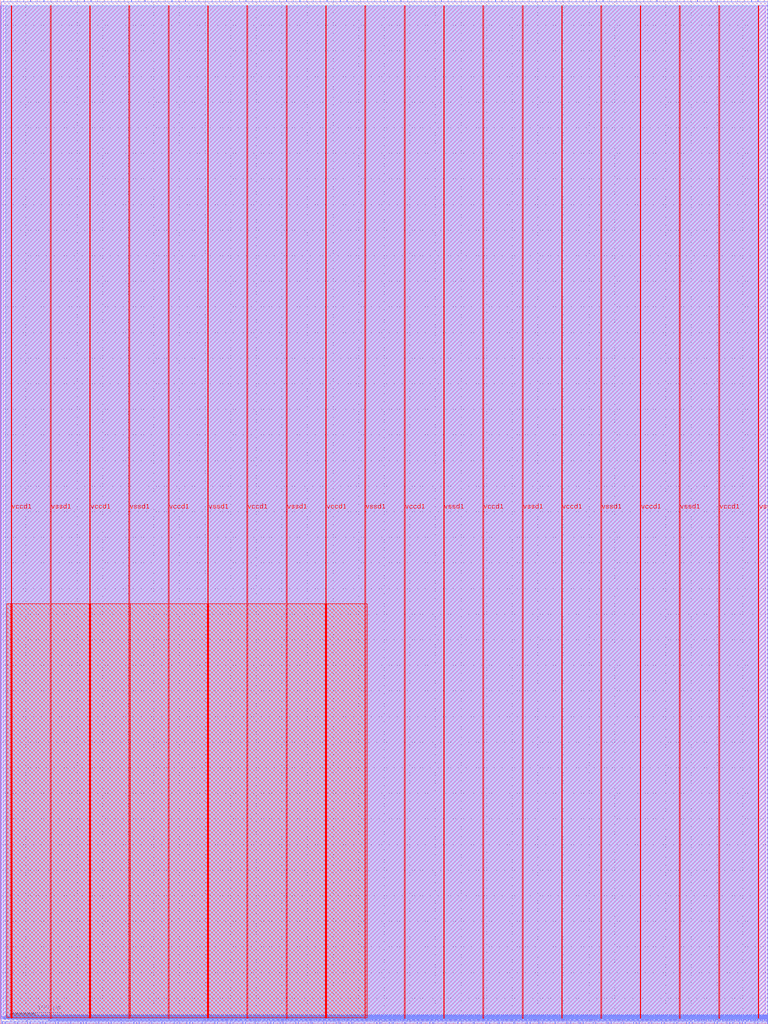
<source format=lef>
VERSION 5.7 ;
  NOWIREEXTENSIONATPIN ON ;
  DIVIDERCHAR "/" ;
  BUSBITCHARS "[]" ;
MACRO computer
  CLASS BLOCK ;
  FOREIGN computer ;
  ORIGIN 0.000 0.000 ;
  SIZE 1500.000 BY 2000.000 ;
  PIN io_in[0]
    DIRECTION INPUT ;
    USE SIGNAL ;
    PORT
      LAYER met2 ;
        RECT 6.530 1996.000 6.810 2000.000 ;
    END
  END io_in[0]
  PIN io_in[10]
    DIRECTION INPUT ;
    USE SIGNAL ;
    PORT
      LAYER met2 ;
        RECT 401.210 1996.000 401.490 2000.000 ;
    END
  END io_in[10]
  PIN io_in[11]
    DIRECTION INPUT ;
    USE SIGNAL ;
    PORT
      LAYER met2 ;
        RECT 440.310 1996.000 440.590 2000.000 ;
    END
  END io_in[11]
  PIN io_in[12]
    DIRECTION INPUT ;
    USE SIGNAL ;
    PORT
      LAYER met2 ;
        RECT 479.870 1996.000 480.150 2000.000 ;
    END
  END io_in[12]
  PIN io_in[13]
    DIRECTION INPUT ;
    USE SIGNAL ;
    PORT
      LAYER met2 ;
        RECT 519.430 1996.000 519.710 2000.000 ;
    END
  END io_in[13]
  PIN io_in[14]
    DIRECTION INPUT ;
    USE SIGNAL ;
    PORT
      LAYER met2 ;
        RECT 558.990 1996.000 559.270 2000.000 ;
    END
  END io_in[14]
  PIN io_in[15]
    DIRECTION INPUT ;
    USE SIGNAL ;
    PORT
      LAYER met2 ;
        RECT 598.550 1996.000 598.830 2000.000 ;
    END
  END io_in[15]
  PIN io_in[16]
    DIRECTION INPUT ;
    USE SIGNAL ;
    PORT
      LAYER met2 ;
        RECT 638.110 1996.000 638.390 2000.000 ;
    END
  END io_in[16]
  PIN io_in[17]
    DIRECTION INPUT ;
    USE SIGNAL ;
    PORT
      LAYER met2 ;
        RECT 677.210 1996.000 677.490 2000.000 ;
    END
  END io_in[17]
  PIN io_in[18]
    DIRECTION INPUT ;
    USE SIGNAL ;
    PORT
      LAYER met2 ;
        RECT 716.770 1996.000 717.050 2000.000 ;
    END
  END io_in[18]
  PIN io_in[19]
    DIRECTION INPUT ;
    USE SIGNAL ;
    PORT
      LAYER met2 ;
        RECT 756.330 1996.000 756.610 2000.000 ;
    END
  END io_in[19]
  PIN io_in[1]
    DIRECTION INPUT ;
    USE SIGNAL ;
    PORT
      LAYER met2 ;
        RECT 45.630 1996.000 45.910 2000.000 ;
    END
  END io_in[1]
  PIN io_in[20]
    DIRECTION INPUT ;
    USE SIGNAL ;
    PORT
      LAYER met2 ;
        RECT 795.890 1996.000 796.170 2000.000 ;
    END
  END io_in[20]
  PIN io_in[21]
    DIRECTION INPUT ;
    USE SIGNAL ;
    PORT
      LAYER met2 ;
        RECT 835.450 1996.000 835.730 2000.000 ;
    END
  END io_in[21]
  PIN io_in[22]
    DIRECTION INPUT ;
    USE SIGNAL ;
    PORT
      LAYER met2 ;
        RECT 874.550 1996.000 874.830 2000.000 ;
    END
  END io_in[22]
  PIN io_in[23]
    DIRECTION INPUT ;
    USE SIGNAL ;
    PORT
      LAYER met2 ;
        RECT 914.110 1996.000 914.390 2000.000 ;
    END
  END io_in[23]
  PIN io_in[24]
    DIRECTION INPUT ;
    USE SIGNAL ;
    PORT
      LAYER met2 ;
        RECT 953.670 1996.000 953.950 2000.000 ;
    END
  END io_in[24]
  PIN io_in[25]
    DIRECTION INPUT ;
    USE SIGNAL ;
    PORT
      LAYER met2 ;
        RECT 993.230 1996.000 993.510 2000.000 ;
    END
  END io_in[25]
  PIN io_in[26]
    DIRECTION INPUT ;
    USE SIGNAL ;
    PORT
      LAYER met2 ;
        RECT 1032.790 1996.000 1033.070 2000.000 ;
    END
  END io_in[26]
  PIN io_in[27]
    DIRECTION INPUT ;
    USE SIGNAL ;
    PORT
      LAYER met2 ;
        RECT 1072.350 1996.000 1072.630 2000.000 ;
    END
  END io_in[27]
  PIN io_in[28]
    DIRECTION INPUT ;
    USE SIGNAL ;
    PORT
      LAYER met2 ;
        RECT 1111.450 1996.000 1111.730 2000.000 ;
    END
  END io_in[28]
  PIN io_in[29]
    DIRECTION INPUT ;
    USE SIGNAL ;
    PORT
      LAYER met2 ;
        RECT 1151.010 1996.000 1151.290 2000.000 ;
    END
  END io_in[29]
  PIN io_in[2]
    DIRECTION INPUT ;
    USE SIGNAL ;
    PORT
      LAYER met2 ;
        RECT 85.190 1996.000 85.470 2000.000 ;
    END
  END io_in[2]
  PIN io_in[30]
    DIRECTION INPUT ;
    USE SIGNAL ;
    PORT
      LAYER met2 ;
        RECT 1190.570 1996.000 1190.850 2000.000 ;
    END
  END io_in[30]
  PIN io_in[31]
    DIRECTION INPUT ;
    USE SIGNAL ;
    PORT
      LAYER met2 ;
        RECT 1230.130 1996.000 1230.410 2000.000 ;
    END
  END io_in[31]
  PIN io_in[32]
    DIRECTION INPUT ;
    USE SIGNAL ;
    PORT
      LAYER met2 ;
        RECT 1269.690 1996.000 1269.970 2000.000 ;
    END
  END io_in[32]
  PIN io_in[33]
    DIRECTION INPUT ;
    USE SIGNAL ;
    PORT
      LAYER met2 ;
        RECT 1308.790 1996.000 1309.070 2000.000 ;
    END
  END io_in[33]
  PIN io_in[34]
    DIRECTION INPUT ;
    USE SIGNAL ;
    PORT
      LAYER met2 ;
        RECT 1348.350 1996.000 1348.630 2000.000 ;
    END
  END io_in[34]
  PIN io_in[35]
    DIRECTION INPUT ;
    USE SIGNAL ;
    PORT
      LAYER met2 ;
        RECT 1387.910 1996.000 1388.190 2000.000 ;
    END
  END io_in[35]
  PIN io_in[36]
    DIRECTION INPUT ;
    USE SIGNAL ;
    PORT
      LAYER met2 ;
        RECT 1427.470 1996.000 1427.750 2000.000 ;
    END
  END io_in[36]
  PIN io_in[37]
    DIRECTION INPUT ;
    USE SIGNAL ;
    PORT
      LAYER met2 ;
        RECT 1467.030 1996.000 1467.310 2000.000 ;
    END
  END io_in[37]
  PIN io_in[3]
    DIRECTION INPUT ;
    USE SIGNAL ;
    PORT
      LAYER met2 ;
        RECT 124.750 1996.000 125.030 2000.000 ;
    END
  END io_in[3]
  PIN io_in[4]
    DIRECTION INPUT ;
    USE SIGNAL ;
    PORT
      LAYER met2 ;
        RECT 164.310 1996.000 164.590 2000.000 ;
    END
  END io_in[4]
  PIN io_in[5]
    DIRECTION INPUT ;
    USE SIGNAL ;
    PORT
      LAYER met2 ;
        RECT 203.870 1996.000 204.150 2000.000 ;
    END
  END io_in[5]
  PIN io_in[6]
    DIRECTION INPUT ;
    USE SIGNAL ;
    PORT
      LAYER met2 ;
        RECT 242.970 1996.000 243.250 2000.000 ;
    END
  END io_in[6]
  PIN io_in[7]
    DIRECTION INPUT ;
    USE SIGNAL ;
    PORT
      LAYER met2 ;
        RECT 282.530 1996.000 282.810 2000.000 ;
    END
  END io_in[7]
  PIN io_in[8]
    DIRECTION INPUT ;
    USE SIGNAL ;
    PORT
      LAYER met2 ;
        RECT 322.090 1996.000 322.370 2000.000 ;
    END
  END io_in[8]
  PIN io_in[9]
    DIRECTION INPUT ;
    USE SIGNAL ;
    PORT
      LAYER met2 ;
        RECT 361.650 1996.000 361.930 2000.000 ;
    END
  END io_in[9]
  PIN io_oeb[0]
    DIRECTION OUTPUT TRISTATE ;
    USE SIGNAL ;
    PORT
      LAYER met2 ;
        RECT 19.410 1996.000 19.690 2000.000 ;
    END
  END io_oeb[0]
  PIN io_oeb[10]
    DIRECTION OUTPUT TRISTATE ;
    USE SIGNAL ;
    PORT
      LAYER met2 ;
        RECT 414.090 1996.000 414.370 2000.000 ;
    END
  END io_oeb[10]
  PIN io_oeb[11]
    DIRECTION OUTPUT TRISTATE ;
    USE SIGNAL ;
    PORT
      LAYER met2 ;
        RECT 453.650 1996.000 453.930 2000.000 ;
    END
  END io_oeb[11]
  PIN io_oeb[12]
    DIRECTION OUTPUT TRISTATE ;
    USE SIGNAL ;
    PORT
      LAYER met2 ;
        RECT 493.210 1996.000 493.490 2000.000 ;
    END
  END io_oeb[12]
  PIN io_oeb[13]
    DIRECTION OUTPUT TRISTATE ;
    USE SIGNAL ;
    PORT
      LAYER met2 ;
        RECT 532.770 1996.000 533.050 2000.000 ;
    END
  END io_oeb[13]
  PIN io_oeb[14]
    DIRECTION OUTPUT TRISTATE ;
    USE SIGNAL ;
    PORT
      LAYER met2 ;
        RECT 572.330 1996.000 572.610 2000.000 ;
    END
  END io_oeb[14]
  PIN io_oeb[15]
    DIRECTION OUTPUT TRISTATE ;
    USE SIGNAL ;
    PORT
      LAYER met2 ;
        RECT 611.430 1996.000 611.710 2000.000 ;
    END
  END io_oeb[15]
  PIN io_oeb[16]
    DIRECTION OUTPUT TRISTATE ;
    USE SIGNAL ;
    PORT
      LAYER met2 ;
        RECT 650.990 1996.000 651.270 2000.000 ;
    END
  END io_oeb[16]
  PIN io_oeb[17]
    DIRECTION OUTPUT TRISTATE ;
    USE SIGNAL ;
    PORT
      LAYER met2 ;
        RECT 690.550 1996.000 690.830 2000.000 ;
    END
  END io_oeb[17]
  PIN io_oeb[18]
    DIRECTION OUTPUT TRISTATE ;
    USE SIGNAL ;
    PORT
      LAYER met2 ;
        RECT 730.110 1996.000 730.390 2000.000 ;
    END
  END io_oeb[18]
  PIN io_oeb[19]
    DIRECTION OUTPUT TRISTATE ;
    USE SIGNAL ;
    PORT
      LAYER met2 ;
        RECT 769.670 1996.000 769.950 2000.000 ;
    END
  END io_oeb[19]
  PIN io_oeb[1]
    DIRECTION OUTPUT TRISTATE ;
    USE SIGNAL ;
    PORT
      LAYER met2 ;
        RECT 58.970 1996.000 59.250 2000.000 ;
    END
  END io_oeb[1]
  PIN io_oeb[20]
    DIRECTION OUTPUT TRISTATE ;
    USE SIGNAL ;
    PORT
      LAYER met2 ;
        RECT 808.770 1996.000 809.050 2000.000 ;
    END
  END io_oeb[20]
  PIN io_oeb[21]
    DIRECTION OUTPUT TRISTATE ;
    USE SIGNAL ;
    PORT
      LAYER met2 ;
        RECT 848.330 1996.000 848.610 2000.000 ;
    END
  END io_oeb[21]
  PIN io_oeb[22]
    DIRECTION OUTPUT TRISTATE ;
    USE SIGNAL ;
    PORT
      LAYER met2 ;
        RECT 887.890 1996.000 888.170 2000.000 ;
    END
  END io_oeb[22]
  PIN io_oeb[23]
    DIRECTION OUTPUT TRISTATE ;
    USE SIGNAL ;
    PORT
      LAYER met2 ;
        RECT 927.450 1996.000 927.730 2000.000 ;
    END
  END io_oeb[23]
  PIN io_oeb[24]
    DIRECTION OUTPUT TRISTATE ;
    USE SIGNAL ;
    PORT
      LAYER met2 ;
        RECT 967.010 1996.000 967.290 2000.000 ;
    END
  END io_oeb[24]
  PIN io_oeb[25]
    DIRECTION OUTPUT TRISTATE ;
    USE SIGNAL ;
    PORT
      LAYER met2 ;
        RECT 1006.570 1996.000 1006.850 2000.000 ;
    END
  END io_oeb[25]
  PIN io_oeb[26]
    DIRECTION OUTPUT TRISTATE ;
    USE SIGNAL ;
    PORT
      LAYER met2 ;
        RECT 1045.670 1996.000 1045.950 2000.000 ;
    END
  END io_oeb[26]
  PIN io_oeb[27]
    DIRECTION OUTPUT TRISTATE ;
    USE SIGNAL ;
    PORT
      LAYER met2 ;
        RECT 1085.230 1996.000 1085.510 2000.000 ;
    END
  END io_oeb[27]
  PIN io_oeb[28]
    DIRECTION OUTPUT TRISTATE ;
    USE SIGNAL ;
    PORT
      LAYER met2 ;
        RECT 1124.790 1996.000 1125.070 2000.000 ;
    END
  END io_oeb[28]
  PIN io_oeb[29]
    DIRECTION OUTPUT TRISTATE ;
    USE SIGNAL ;
    PORT
      LAYER met2 ;
        RECT 1164.350 1996.000 1164.630 2000.000 ;
    END
  END io_oeb[29]
  PIN io_oeb[2]
    DIRECTION OUTPUT TRISTATE ;
    USE SIGNAL ;
    PORT
      LAYER met2 ;
        RECT 98.530 1996.000 98.810 2000.000 ;
    END
  END io_oeb[2]
  PIN io_oeb[30]
    DIRECTION OUTPUT TRISTATE ;
    USE SIGNAL ;
    PORT
      LAYER met2 ;
        RECT 1203.910 1996.000 1204.190 2000.000 ;
    END
  END io_oeb[30]
  PIN io_oeb[31]
    DIRECTION OUTPUT TRISTATE ;
    USE SIGNAL ;
    PORT
      LAYER met2 ;
        RECT 1243.010 1996.000 1243.290 2000.000 ;
    END
  END io_oeb[31]
  PIN io_oeb[32]
    DIRECTION OUTPUT TRISTATE ;
    USE SIGNAL ;
    PORT
      LAYER met2 ;
        RECT 1282.570 1996.000 1282.850 2000.000 ;
    END
  END io_oeb[32]
  PIN io_oeb[33]
    DIRECTION OUTPUT TRISTATE ;
    USE SIGNAL ;
    PORT
      LAYER met2 ;
        RECT 1322.130 1996.000 1322.410 2000.000 ;
    END
  END io_oeb[33]
  PIN io_oeb[34]
    DIRECTION OUTPUT TRISTATE ;
    USE SIGNAL ;
    PORT
      LAYER met2 ;
        RECT 1361.690 1996.000 1361.970 2000.000 ;
    END
  END io_oeb[34]
  PIN io_oeb[35]
    DIRECTION OUTPUT TRISTATE ;
    USE SIGNAL ;
    PORT
      LAYER met2 ;
        RECT 1401.250 1996.000 1401.530 2000.000 ;
    END
  END io_oeb[35]
  PIN io_oeb[36]
    DIRECTION OUTPUT TRISTATE ;
    USE SIGNAL ;
    PORT
      LAYER met2 ;
        RECT 1440.350 1996.000 1440.630 2000.000 ;
    END
  END io_oeb[36]
  PIN io_oeb[37]
    DIRECTION OUTPUT TRISTATE ;
    USE SIGNAL ;
    PORT
      LAYER met2 ;
        RECT 1479.910 1996.000 1480.190 2000.000 ;
    END
  END io_oeb[37]
  PIN io_oeb[3]
    DIRECTION OUTPUT TRISTATE ;
    USE SIGNAL ;
    PORT
      LAYER met2 ;
        RECT 138.090 1996.000 138.370 2000.000 ;
    END
  END io_oeb[3]
  PIN io_oeb[4]
    DIRECTION OUTPUT TRISTATE ;
    USE SIGNAL ;
    PORT
      LAYER met2 ;
        RECT 177.190 1996.000 177.470 2000.000 ;
    END
  END io_oeb[4]
  PIN io_oeb[5]
    DIRECTION OUTPUT TRISTATE ;
    USE SIGNAL ;
    PORT
      LAYER met2 ;
        RECT 216.750 1996.000 217.030 2000.000 ;
    END
  END io_oeb[5]
  PIN io_oeb[6]
    DIRECTION OUTPUT TRISTATE ;
    USE SIGNAL ;
    PORT
      LAYER met2 ;
        RECT 256.310 1996.000 256.590 2000.000 ;
    END
  END io_oeb[6]
  PIN io_oeb[7]
    DIRECTION OUTPUT TRISTATE ;
    USE SIGNAL ;
    PORT
      LAYER met2 ;
        RECT 295.870 1996.000 296.150 2000.000 ;
    END
  END io_oeb[7]
  PIN io_oeb[8]
    DIRECTION OUTPUT TRISTATE ;
    USE SIGNAL ;
    PORT
      LAYER met2 ;
        RECT 335.430 1996.000 335.710 2000.000 ;
    END
  END io_oeb[8]
  PIN io_oeb[9]
    DIRECTION OUTPUT TRISTATE ;
    USE SIGNAL ;
    PORT
      LAYER met2 ;
        RECT 374.530 1996.000 374.810 2000.000 ;
    END
  END io_oeb[9]
  PIN io_out[0]
    DIRECTION OUTPUT TRISTATE ;
    USE SIGNAL ;
    PORT
      LAYER met2 ;
        RECT 32.750 1996.000 33.030 2000.000 ;
    END
  END io_out[0]
  PIN io_out[10]
    DIRECTION OUTPUT TRISTATE ;
    USE SIGNAL ;
    PORT
      LAYER met2 ;
        RECT 427.430 1996.000 427.710 2000.000 ;
    END
  END io_out[10]
  PIN io_out[11]
    DIRECTION OUTPUT TRISTATE ;
    USE SIGNAL ;
    PORT
      LAYER met2 ;
        RECT 466.990 1996.000 467.270 2000.000 ;
    END
  END io_out[11]
  PIN io_out[12]
    DIRECTION OUTPUT TRISTATE ;
    USE SIGNAL ;
    PORT
      LAYER met2 ;
        RECT 506.550 1996.000 506.830 2000.000 ;
    END
  END io_out[12]
  PIN io_out[13]
    DIRECTION OUTPUT TRISTATE ;
    USE SIGNAL ;
    PORT
      LAYER met2 ;
        RECT 545.650 1996.000 545.930 2000.000 ;
    END
  END io_out[13]
  PIN io_out[14]
    DIRECTION OUTPUT TRISTATE ;
    USE SIGNAL ;
    PORT
      LAYER met2 ;
        RECT 585.210 1996.000 585.490 2000.000 ;
    END
  END io_out[14]
  PIN io_out[15]
    DIRECTION OUTPUT TRISTATE ;
    USE SIGNAL ;
    PORT
      LAYER met2 ;
        RECT 624.770 1996.000 625.050 2000.000 ;
    END
  END io_out[15]
  PIN io_out[16]
    DIRECTION OUTPUT TRISTATE ;
    USE SIGNAL ;
    PORT
      LAYER met2 ;
        RECT 664.330 1996.000 664.610 2000.000 ;
    END
  END io_out[16]
  PIN io_out[17]
    DIRECTION OUTPUT TRISTATE ;
    USE SIGNAL ;
    PORT
      LAYER met2 ;
        RECT 703.890 1996.000 704.170 2000.000 ;
    END
  END io_out[17]
  PIN io_out[18]
    DIRECTION OUTPUT TRISTATE ;
    USE SIGNAL ;
    PORT
      LAYER met2 ;
        RECT 742.990 1996.000 743.270 2000.000 ;
    END
  END io_out[18]
  PIN io_out[19]
    DIRECTION OUTPUT TRISTATE ;
    USE SIGNAL ;
    PORT
      LAYER met2 ;
        RECT 782.550 1996.000 782.830 2000.000 ;
    END
  END io_out[19]
  PIN io_out[1]
    DIRECTION OUTPUT TRISTATE ;
    USE SIGNAL ;
    PORT
      LAYER met2 ;
        RECT 72.310 1996.000 72.590 2000.000 ;
    END
  END io_out[1]
  PIN io_out[20]
    DIRECTION OUTPUT TRISTATE ;
    USE SIGNAL ;
    PORT
      LAYER met2 ;
        RECT 822.110 1996.000 822.390 2000.000 ;
    END
  END io_out[20]
  PIN io_out[21]
    DIRECTION OUTPUT TRISTATE ;
    USE SIGNAL ;
    PORT
      LAYER met2 ;
        RECT 861.670 1996.000 861.950 2000.000 ;
    END
  END io_out[21]
  PIN io_out[22]
    DIRECTION OUTPUT TRISTATE ;
    USE SIGNAL ;
    PORT
      LAYER met2 ;
        RECT 901.230 1996.000 901.510 2000.000 ;
    END
  END io_out[22]
  PIN io_out[23]
    DIRECTION OUTPUT TRISTATE ;
    USE SIGNAL ;
    PORT
      LAYER met2 ;
        RECT 940.330 1996.000 940.610 2000.000 ;
    END
  END io_out[23]
  PIN io_out[24]
    DIRECTION OUTPUT TRISTATE ;
    USE SIGNAL ;
    PORT
      LAYER met2 ;
        RECT 979.890 1996.000 980.170 2000.000 ;
    END
  END io_out[24]
  PIN io_out[25]
    DIRECTION OUTPUT TRISTATE ;
    USE SIGNAL ;
    PORT
      LAYER met2 ;
        RECT 1019.450 1996.000 1019.730 2000.000 ;
    END
  END io_out[25]
  PIN io_out[26]
    DIRECTION OUTPUT TRISTATE ;
    USE SIGNAL ;
    PORT
      LAYER met2 ;
        RECT 1059.010 1996.000 1059.290 2000.000 ;
    END
  END io_out[26]
  PIN io_out[27]
    DIRECTION OUTPUT TRISTATE ;
    USE SIGNAL ;
    PORT
      LAYER met2 ;
        RECT 1098.570 1996.000 1098.850 2000.000 ;
    END
  END io_out[27]
  PIN io_out[28]
    DIRECTION OUTPUT TRISTATE ;
    USE SIGNAL ;
    PORT
      LAYER met2 ;
        RECT 1138.130 1996.000 1138.410 2000.000 ;
    END
  END io_out[28]
  PIN io_out[29]
    DIRECTION OUTPUT TRISTATE ;
    USE SIGNAL ;
    PORT
      LAYER met2 ;
        RECT 1177.230 1996.000 1177.510 2000.000 ;
    END
  END io_out[29]
  PIN io_out[2]
    DIRECTION OUTPUT TRISTATE ;
    USE SIGNAL ;
    PORT
      LAYER met2 ;
        RECT 111.410 1996.000 111.690 2000.000 ;
    END
  END io_out[2]
  PIN io_out[30]
    DIRECTION OUTPUT TRISTATE ;
    USE SIGNAL ;
    PORT
      LAYER met2 ;
        RECT 1216.790 1996.000 1217.070 2000.000 ;
    END
  END io_out[30]
  PIN io_out[31]
    DIRECTION OUTPUT TRISTATE ;
    USE SIGNAL ;
    PORT
      LAYER met2 ;
        RECT 1256.350 1996.000 1256.630 2000.000 ;
    END
  END io_out[31]
  PIN io_out[32]
    DIRECTION OUTPUT TRISTATE ;
    USE SIGNAL ;
    PORT
      LAYER met2 ;
        RECT 1295.910 1996.000 1296.190 2000.000 ;
    END
  END io_out[32]
  PIN io_out[33]
    DIRECTION OUTPUT TRISTATE ;
    USE SIGNAL ;
    PORT
      LAYER met2 ;
        RECT 1335.470 1996.000 1335.750 2000.000 ;
    END
  END io_out[33]
  PIN io_out[34]
    DIRECTION OUTPUT TRISTATE ;
    USE SIGNAL ;
    PORT
      LAYER met2 ;
        RECT 1374.570 1996.000 1374.850 2000.000 ;
    END
  END io_out[34]
  PIN io_out[35]
    DIRECTION OUTPUT TRISTATE ;
    USE SIGNAL ;
    PORT
      LAYER met2 ;
        RECT 1414.130 1996.000 1414.410 2000.000 ;
    END
  END io_out[35]
  PIN io_out[36]
    DIRECTION OUTPUT TRISTATE ;
    USE SIGNAL ;
    PORT
      LAYER met2 ;
        RECT 1453.690 1996.000 1453.970 2000.000 ;
    END
  END io_out[36]
  PIN io_out[37]
    DIRECTION OUTPUT TRISTATE ;
    USE SIGNAL ;
    PORT
      LAYER met2 ;
        RECT 1493.250 1996.000 1493.530 2000.000 ;
    END
  END io_out[37]
  PIN io_out[3]
    DIRECTION OUTPUT TRISTATE ;
    USE SIGNAL ;
    PORT
      LAYER met2 ;
        RECT 150.970 1996.000 151.250 2000.000 ;
    END
  END io_out[3]
  PIN io_out[4]
    DIRECTION OUTPUT TRISTATE ;
    USE SIGNAL ;
    PORT
      LAYER met2 ;
        RECT 190.530 1996.000 190.810 2000.000 ;
    END
  END io_out[4]
  PIN io_out[5]
    DIRECTION OUTPUT TRISTATE ;
    USE SIGNAL ;
    PORT
      LAYER met2 ;
        RECT 230.090 1996.000 230.370 2000.000 ;
    END
  END io_out[5]
  PIN io_out[6]
    DIRECTION OUTPUT TRISTATE ;
    USE SIGNAL ;
    PORT
      LAYER met2 ;
        RECT 269.650 1996.000 269.930 2000.000 ;
    END
  END io_out[6]
  PIN io_out[7]
    DIRECTION OUTPUT TRISTATE ;
    USE SIGNAL ;
    PORT
      LAYER met2 ;
        RECT 308.750 1996.000 309.030 2000.000 ;
    END
  END io_out[7]
  PIN io_out[8]
    DIRECTION OUTPUT TRISTATE ;
    USE SIGNAL ;
    PORT
      LAYER met2 ;
        RECT 348.310 1996.000 348.590 2000.000 ;
    END
  END io_out[8]
  PIN io_out[9]
    DIRECTION OUTPUT TRISTATE ;
    USE SIGNAL ;
    PORT
      LAYER met2 ;
        RECT 387.870 1996.000 388.150 2000.000 ;
    END
  END io_out[9]
  PIN irq[0]
    DIRECTION OUTPUT TRISTATE ;
    USE SIGNAL ;
    PORT
      LAYER met2 ;
        RECT 1492.330 0.000 1492.610 4.000 ;
    END
  END irq[0]
  PIN irq[1]
    DIRECTION OUTPUT TRISTATE ;
    USE SIGNAL ;
    PORT
      LAYER met2 ;
        RECT 1495.090 0.000 1495.370 4.000 ;
    END
  END irq[1]
  PIN irq[2]
    DIRECTION OUTPUT TRISTATE ;
    USE SIGNAL ;
    PORT
      LAYER met2 ;
        RECT 1498.310 0.000 1498.590 4.000 ;
    END
  END irq[2]
  PIN la_data_in[0]
    DIRECTION INPUT ;
    USE SIGNAL ;
    PORT
      LAYER met2 ;
        RECT 323.930 0.000 324.210 4.000 ;
    END
  END la_data_in[0]
  PIN la_data_in[100]
    DIRECTION INPUT ;
    USE SIGNAL ;
    PORT
      LAYER met2 ;
        RECT 1236.570 0.000 1236.850 4.000 ;
    END
  END la_data_in[100]
  PIN la_data_in[101]
    DIRECTION INPUT ;
    USE SIGNAL ;
    PORT
      LAYER met2 ;
        RECT 1245.770 0.000 1246.050 4.000 ;
    END
  END la_data_in[101]
  PIN la_data_in[102]
    DIRECTION INPUT ;
    USE SIGNAL ;
    PORT
      LAYER met2 ;
        RECT 1254.970 0.000 1255.250 4.000 ;
    END
  END la_data_in[102]
  PIN la_data_in[103]
    DIRECTION INPUT ;
    USE SIGNAL ;
    PORT
      LAYER met2 ;
        RECT 1264.170 0.000 1264.450 4.000 ;
    END
  END la_data_in[103]
  PIN la_data_in[104]
    DIRECTION INPUT ;
    USE SIGNAL ;
    PORT
      LAYER met2 ;
        RECT 1272.910 0.000 1273.190 4.000 ;
    END
  END la_data_in[104]
  PIN la_data_in[105]
    DIRECTION INPUT ;
    USE SIGNAL ;
    PORT
      LAYER met2 ;
        RECT 1282.110 0.000 1282.390 4.000 ;
    END
  END la_data_in[105]
  PIN la_data_in[106]
    DIRECTION INPUT ;
    USE SIGNAL ;
    PORT
      LAYER met2 ;
        RECT 1291.310 0.000 1291.590 4.000 ;
    END
  END la_data_in[106]
  PIN la_data_in[107]
    DIRECTION INPUT ;
    USE SIGNAL ;
    PORT
      LAYER met2 ;
        RECT 1300.510 0.000 1300.790 4.000 ;
    END
  END la_data_in[107]
  PIN la_data_in[108]
    DIRECTION INPUT ;
    USE SIGNAL ;
    PORT
      LAYER met2 ;
        RECT 1309.710 0.000 1309.990 4.000 ;
    END
  END la_data_in[108]
  PIN la_data_in[109]
    DIRECTION INPUT ;
    USE SIGNAL ;
    PORT
      LAYER met2 ;
        RECT 1318.910 0.000 1319.190 4.000 ;
    END
  END la_data_in[109]
  PIN la_data_in[10]
    DIRECTION INPUT ;
    USE SIGNAL ;
    PORT
      LAYER met2 ;
        RECT 415.010 0.000 415.290 4.000 ;
    END
  END la_data_in[10]
  PIN la_data_in[110]
    DIRECTION INPUT ;
    USE SIGNAL ;
    PORT
      LAYER met2 ;
        RECT 1327.650 0.000 1327.930 4.000 ;
    END
  END la_data_in[110]
  PIN la_data_in[111]
    DIRECTION INPUT ;
    USE SIGNAL ;
    PORT
      LAYER met2 ;
        RECT 1336.850 0.000 1337.130 4.000 ;
    END
  END la_data_in[111]
  PIN la_data_in[112]
    DIRECTION INPUT ;
    USE SIGNAL ;
    PORT
      LAYER met2 ;
        RECT 1346.050 0.000 1346.330 4.000 ;
    END
  END la_data_in[112]
  PIN la_data_in[113]
    DIRECTION INPUT ;
    USE SIGNAL ;
    PORT
      LAYER met2 ;
        RECT 1355.250 0.000 1355.530 4.000 ;
    END
  END la_data_in[113]
  PIN la_data_in[114]
    DIRECTION INPUT ;
    USE SIGNAL ;
    PORT
      LAYER met2 ;
        RECT 1364.450 0.000 1364.730 4.000 ;
    END
  END la_data_in[114]
  PIN la_data_in[115]
    DIRECTION INPUT ;
    USE SIGNAL ;
    PORT
      LAYER met2 ;
        RECT 1373.650 0.000 1373.930 4.000 ;
    END
  END la_data_in[115]
  PIN la_data_in[116]
    DIRECTION INPUT ;
    USE SIGNAL ;
    PORT
      LAYER met2 ;
        RECT 1382.850 0.000 1383.130 4.000 ;
    END
  END la_data_in[116]
  PIN la_data_in[117]
    DIRECTION INPUT ;
    USE SIGNAL ;
    PORT
      LAYER met2 ;
        RECT 1391.590 0.000 1391.870 4.000 ;
    END
  END la_data_in[117]
  PIN la_data_in[118]
    DIRECTION INPUT ;
    USE SIGNAL ;
    PORT
      LAYER met2 ;
        RECT 1400.790 0.000 1401.070 4.000 ;
    END
  END la_data_in[118]
  PIN la_data_in[119]
    DIRECTION INPUT ;
    USE SIGNAL ;
    PORT
      LAYER met2 ;
        RECT 1409.990 0.000 1410.270 4.000 ;
    END
  END la_data_in[119]
  PIN la_data_in[11]
    DIRECTION INPUT ;
    USE SIGNAL ;
    PORT
      LAYER met2 ;
        RECT 424.210 0.000 424.490 4.000 ;
    END
  END la_data_in[11]
  PIN la_data_in[120]
    DIRECTION INPUT ;
    USE SIGNAL ;
    PORT
      LAYER met2 ;
        RECT 1419.190 0.000 1419.470 4.000 ;
    END
  END la_data_in[120]
  PIN la_data_in[121]
    DIRECTION INPUT ;
    USE SIGNAL ;
    PORT
      LAYER met2 ;
        RECT 1428.390 0.000 1428.670 4.000 ;
    END
  END la_data_in[121]
  PIN la_data_in[122]
    DIRECTION INPUT ;
    USE SIGNAL ;
    PORT
      LAYER met2 ;
        RECT 1437.590 0.000 1437.870 4.000 ;
    END
  END la_data_in[122]
  PIN la_data_in[123]
    DIRECTION INPUT ;
    USE SIGNAL ;
    PORT
      LAYER met2 ;
        RECT 1446.330 0.000 1446.610 4.000 ;
    END
  END la_data_in[123]
  PIN la_data_in[124]
    DIRECTION INPUT ;
    USE SIGNAL ;
    PORT
      LAYER met2 ;
        RECT 1455.530 0.000 1455.810 4.000 ;
    END
  END la_data_in[124]
  PIN la_data_in[125]
    DIRECTION INPUT ;
    USE SIGNAL ;
    PORT
      LAYER met2 ;
        RECT 1464.730 0.000 1465.010 4.000 ;
    END
  END la_data_in[125]
  PIN la_data_in[126]
    DIRECTION INPUT ;
    USE SIGNAL ;
    PORT
      LAYER met2 ;
        RECT 1473.930 0.000 1474.210 4.000 ;
    END
  END la_data_in[126]
  PIN la_data_in[127]
    DIRECTION INPUT ;
    USE SIGNAL ;
    PORT
      LAYER met2 ;
        RECT 1483.130 0.000 1483.410 4.000 ;
    END
  END la_data_in[127]
  PIN la_data_in[12]
    DIRECTION INPUT ;
    USE SIGNAL ;
    PORT
      LAYER met2 ;
        RECT 433.410 0.000 433.690 4.000 ;
    END
  END la_data_in[12]
  PIN la_data_in[13]
    DIRECTION INPUT ;
    USE SIGNAL ;
    PORT
      LAYER met2 ;
        RECT 442.610 0.000 442.890 4.000 ;
    END
  END la_data_in[13]
  PIN la_data_in[14]
    DIRECTION INPUT ;
    USE SIGNAL ;
    PORT
      LAYER met2 ;
        RECT 451.350 0.000 451.630 4.000 ;
    END
  END la_data_in[14]
  PIN la_data_in[15]
    DIRECTION INPUT ;
    USE SIGNAL ;
    PORT
      LAYER met2 ;
        RECT 460.550 0.000 460.830 4.000 ;
    END
  END la_data_in[15]
  PIN la_data_in[16]
    DIRECTION INPUT ;
    USE SIGNAL ;
    PORT
      LAYER met2 ;
        RECT 469.750 0.000 470.030 4.000 ;
    END
  END la_data_in[16]
  PIN la_data_in[17]
    DIRECTION INPUT ;
    USE SIGNAL ;
    PORT
      LAYER met2 ;
        RECT 478.950 0.000 479.230 4.000 ;
    END
  END la_data_in[17]
  PIN la_data_in[18]
    DIRECTION INPUT ;
    USE SIGNAL ;
    PORT
      LAYER met2 ;
        RECT 488.150 0.000 488.430 4.000 ;
    END
  END la_data_in[18]
  PIN la_data_in[19]
    DIRECTION INPUT ;
    USE SIGNAL ;
    PORT
      LAYER met2 ;
        RECT 497.350 0.000 497.630 4.000 ;
    END
  END la_data_in[19]
  PIN la_data_in[1]
    DIRECTION INPUT ;
    USE SIGNAL ;
    PORT
      LAYER met2 ;
        RECT 332.670 0.000 332.950 4.000 ;
    END
  END la_data_in[1]
  PIN la_data_in[20]
    DIRECTION INPUT ;
    USE SIGNAL ;
    PORT
      LAYER met2 ;
        RECT 506.550 0.000 506.830 4.000 ;
    END
  END la_data_in[20]
  PIN la_data_in[21]
    DIRECTION INPUT ;
    USE SIGNAL ;
    PORT
      LAYER met2 ;
        RECT 515.290 0.000 515.570 4.000 ;
    END
  END la_data_in[21]
  PIN la_data_in[22]
    DIRECTION INPUT ;
    USE SIGNAL ;
    PORT
      LAYER met2 ;
        RECT 524.490 0.000 524.770 4.000 ;
    END
  END la_data_in[22]
  PIN la_data_in[23]
    DIRECTION INPUT ;
    USE SIGNAL ;
    PORT
      LAYER met2 ;
        RECT 533.690 0.000 533.970 4.000 ;
    END
  END la_data_in[23]
  PIN la_data_in[24]
    DIRECTION INPUT ;
    USE SIGNAL ;
    PORT
      LAYER met2 ;
        RECT 542.890 0.000 543.170 4.000 ;
    END
  END la_data_in[24]
  PIN la_data_in[25]
    DIRECTION INPUT ;
    USE SIGNAL ;
    PORT
      LAYER met2 ;
        RECT 552.090 0.000 552.370 4.000 ;
    END
  END la_data_in[25]
  PIN la_data_in[26]
    DIRECTION INPUT ;
    USE SIGNAL ;
    PORT
      LAYER met2 ;
        RECT 561.290 0.000 561.570 4.000 ;
    END
  END la_data_in[26]
  PIN la_data_in[27]
    DIRECTION INPUT ;
    USE SIGNAL ;
    PORT
      LAYER met2 ;
        RECT 570.030 0.000 570.310 4.000 ;
    END
  END la_data_in[27]
  PIN la_data_in[28]
    DIRECTION INPUT ;
    USE SIGNAL ;
    PORT
      LAYER met2 ;
        RECT 579.230 0.000 579.510 4.000 ;
    END
  END la_data_in[28]
  PIN la_data_in[29]
    DIRECTION INPUT ;
    USE SIGNAL ;
    PORT
      LAYER met2 ;
        RECT 588.430 0.000 588.710 4.000 ;
    END
  END la_data_in[29]
  PIN la_data_in[2]
    DIRECTION INPUT ;
    USE SIGNAL ;
    PORT
      LAYER met2 ;
        RECT 341.870 0.000 342.150 4.000 ;
    END
  END la_data_in[2]
  PIN la_data_in[30]
    DIRECTION INPUT ;
    USE SIGNAL ;
    PORT
      LAYER met2 ;
        RECT 597.630 0.000 597.910 4.000 ;
    END
  END la_data_in[30]
  PIN la_data_in[31]
    DIRECTION INPUT ;
    USE SIGNAL ;
    PORT
      LAYER met2 ;
        RECT 606.830 0.000 607.110 4.000 ;
    END
  END la_data_in[31]
  PIN la_data_in[32]
    DIRECTION INPUT ;
    USE SIGNAL ;
    PORT
      LAYER met2 ;
        RECT 616.030 0.000 616.310 4.000 ;
    END
  END la_data_in[32]
  PIN la_data_in[33]
    DIRECTION INPUT ;
    USE SIGNAL ;
    PORT
      LAYER met2 ;
        RECT 624.770 0.000 625.050 4.000 ;
    END
  END la_data_in[33]
  PIN la_data_in[34]
    DIRECTION INPUT ;
    USE SIGNAL ;
    PORT
      LAYER met2 ;
        RECT 633.970 0.000 634.250 4.000 ;
    END
  END la_data_in[34]
  PIN la_data_in[35]
    DIRECTION INPUT ;
    USE SIGNAL ;
    PORT
      LAYER met2 ;
        RECT 643.170 0.000 643.450 4.000 ;
    END
  END la_data_in[35]
  PIN la_data_in[36]
    DIRECTION INPUT ;
    USE SIGNAL ;
    PORT
      LAYER met2 ;
        RECT 652.370 0.000 652.650 4.000 ;
    END
  END la_data_in[36]
  PIN la_data_in[37]
    DIRECTION INPUT ;
    USE SIGNAL ;
    PORT
      LAYER met2 ;
        RECT 661.570 0.000 661.850 4.000 ;
    END
  END la_data_in[37]
  PIN la_data_in[38]
    DIRECTION INPUT ;
    USE SIGNAL ;
    PORT
      LAYER met2 ;
        RECT 670.770 0.000 671.050 4.000 ;
    END
  END la_data_in[38]
  PIN la_data_in[39]
    DIRECTION INPUT ;
    USE SIGNAL ;
    PORT
      LAYER met2 ;
        RECT 679.970 0.000 680.250 4.000 ;
    END
  END la_data_in[39]
  PIN la_data_in[3]
    DIRECTION INPUT ;
    USE SIGNAL ;
    PORT
      LAYER met2 ;
        RECT 351.070 0.000 351.350 4.000 ;
    END
  END la_data_in[3]
  PIN la_data_in[40]
    DIRECTION INPUT ;
    USE SIGNAL ;
    PORT
      LAYER met2 ;
        RECT 688.710 0.000 688.990 4.000 ;
    END
  END la_data_in[40]
  PIN la_data_in[41]
    DIRECTION INPUT ;
    USE SIGNAL ;
    PORT
      LAYER met2 ;
        RECT 697.910 0.000 698.190 4.000 ;
    END
  END la_data_in[41]
  PIN la_data_in[42]
    DIRECTION INPUT ;
    USE SIGNAL ;
    PORT
      LAYER met2 ;
        RECT 707.110 0.000 707.390 4.000 ;
    END
  END la_data_in[42]
  PIN la_data_in[43]
    DIRECTION INPUT ;
    USE SIGNAL ;
    PORT
      LAYER met2 ;
        RECT 716.310 0.000 716.590 4.000 ;
    END
  END la_data_in[43]
  PIN la_data_in[44]
    DIRECTION INPUT ;
    USE SIGNAL ;
    PORT
      LAYER met2 ;
        RECT 725.510 0.000 725.790 4.000 ;
    END
  END la_data_in[44]
  PIN la_data_in[45]
    DIRECTION INPUT ;
    USE SIGNAL ;
    PORT
      LAYER met2 ;
        RECT 734.710 0.000 734.990 4.000 ;
    END
  END la_data_in[45]
  PIN la_data_in[46]
    DIRECTION INPUT ;
    USE SIGNAL ;
    PORT
      LAYER met2 ;
        RECT 743.450 0.000 743.730 4.000 ;
    END
  END la_data_in[46]
  PIN la_data_in[47]
    DIRECTION INPUT ;
    USE SIGNAL ;
    PORT
      LAYER met2 ;
        RECT 752.650 0.000 752.930 4.000 ;
    END
  END la_data_in[47]
  PIN la_data_in[48]
    DIRECTION INPUT ;
    USE SIGNAL ;
    PORT
      LAYER met2 ;
        RECT 761.850 0.000 762.130 4.000 ;
    END
  END la_data_in[48]
  PIN la_data_in[49]
    DIRECTION INPUT ;
    USE SIGNAL ;
    PORT
      LAYER met2 ;
        RECT 771.050 0.000 771.330 4.000 ;
    END
  END la_data_in[49]
  PIN la_data_in[4]
    DIRECTION INPUT ;
    USE SIGNAL ;
    PORT
      LAYER met2 ;
        RECT 360.270 0.000 360.550 4.000 ;
    END
  END la_data_in[4]
  PIN la_data_in[50]
    DIRECTION INPUT ;
    USE SIGNAL ;
    PORT
      LAYER met2 ;
        RECT 780.250 0.000 780.530 4.000 ;
    END
  END la_data_in[50]
  PIN la_data_in[51]
    DIRECTION INPUT ;
    USE SIGNAL ;
    PORT
      LAYER met2 ;
        RECT 789.450 0.000 789.730 4.000 ;
    END
  END la_data_in[51]
  PIN la_data_in[52]
    DIRECTION INPUT ;
    USE SIGNAL ;
    PORT
      LAYER met2 ;
        RECT 798.650 0.000 798.930 4.000 ;
    END
  END la_data_in[52]
  PIN la_data_in[53]
    DIRECTION INPUT ;
    USE SIGNAL ;
    PORT
      LAYER met2 ;
        RECT 807.390 0.000 807.670 4.000 ;
    END
  END la_data_in[53]
  PIN la_data_in[54]
    DIRECTION INPUT ;
    USE SIGNAL ;
    PORT
      LAYER met2 ;
        RECT 816.590 0.000 816.870 4.000 ;
    END
  END la_data_in[54]
  PIN la_data_in[55]
    DIRECTION INPUT ;
    USE SIGNAL ;
    PORT
      LAYER met2 ;
        RECT 825.790 0.000 826.070 4.000 ;
    END
  END la_data_in[55]
  PIN la_data_in[56]
    DIRECTION INPUT ;
    USE SIGNAL ;
    PORT
      LAYER met2 ;
        RECT 834.990 0.000 835.270 4.000 ;
    END
  END la_data_in[56]
  PIN la_data_in[57]
    DIRECTION INPUT ;
    USE SIGNAL ;
    PORT
      LAYER met2 ;
        RECT 844.190 0.000 844.470 4.000 ;
    END
  END la_data_in[57]
  PIN la_data_in[58]
    DIRECTION INPUT ;
    USE SIGNAL ;
    PORT
      LAYER met2 ;
        RECT 853.390 0.000 853.670 4.000 ;
    END
  END la_data_in[58]
  PIN la_data_in[59]
    DIRECTION INPUT ;
    USE SIGNAL ;
    PORT
      LAYER met2 ;
        RECT 862.130 0.000 862.410 4.000 ;
    END
  END la_data_in[59]
  PIN la_data_in[5]
    DIRECTION INPUT ;
    USE SIGNAL ;
    PORT
      LAYER met2 ;
        RECT 369.470 0.000 369.750 4.000 ;
    END
  END la_data_in[5]
  PIN la_data_in[60]
    DIRECTION INPUT ;
    USE SIGNAL ;
    PORT
      LAYER met2 ;
        RECT 871.330 0.000 871.610 4.000 ;
    END
  END la_data_in[60]
  PIN la_data_in[61]
    DIRECTION INPUT ;
    USE SIGNAL ;
    PORT
      LAYER met2 ;
        RECT 880.530 0.000 880.810 4.000 ;
    END
  END la_data_in[61]
  PIN la_data_in[62]
    DIRECTION INPUT ;
    USE SIGNAL ;
    PORT
      LAYER met2 ;
        RECT 889.730 0.000 890.010 4.000 ;
    END
  END la_data_in[62]
  PIN la_data_in[63]
    DIRECTION INPUT ;
    USE SIGNAL ;
    PORT
      LAYER met2 ;
        RECT 898.930 0.000 899.210 4.000 ;
    END
  END la_data_in[63]
  PIN la_data_in[64]
    DIRECTION INPUT ;
    USE SIGNAL ;
    PORT
      LAYER met2 ;
        RECT 908.130 0.000 908.410 4.000 ;
    END
  END la_data_in[64]
  PIN la_data_in[65]
    DIRECTION INPUT ;
    USE SIGNAL ;
    PORT
      LAYER met2 ;
        RECT 916.870 0.000 917.150 4.000 ;
    END
  END la_data_in[65]
  PIN la_data_in[66]
    DIRECTION INPUT ;
    USE SIGNAL ;
    PORT
      LAYER met2 ;
        RECT 926.070 0.000 926.350 4.000 ;
    END
  END la_data_in[66]
  PIN la_data_in[67]
    DIRECTION INPUT ;
    USE SIGNAL ;
    PORT
      LAYER met2 ;
        RECT 935.270 0.000 935.550 4.000 ;
    END
  END la_data_in[67]
  PIN la_data_in[68]
    DIRECTION INPUT ;
    USE SIGNAL ;
    PORT
      LAYER met2 ;
        RECT 944.470 0.000 944.750 4.000 ;
    END
  END la_data_in[68]
  PIN la_data_in[69]
    DIRECTION INPUT ;
    USE SIGNAL ;
    PORT
      LAYER met2 ;
        RECT 953.670 0.000 953.950 4.000 ;
    END
  END la_data_in[69]
  PIN la_data_in[6]
    DIRECTION INPUT ;
    USE SIGNAL ;
    PORT
      LAYER met2 ;
        RECT 378.670 0.000 378.950 4.000 ;
    END
  END la_data_in[6]
  PIN la_data_in[70]
    DIRECTION INPUT ;
    USE SIGNAL ;
    PORT
      LAYER met2 ;
        RECT 962.870 0.000 963.150 4.000 ;
    END
  END la_data_in[70]
  PIN la_data_in[71]
    DIRECTION INPUT ;
    USE SIGNAL ;
    PORT
      LAYER met2 ;
        RECT 972.070 0.000 972.350 4.000 ;
    END
  END la_data_in[71]
  PIN la_data_in[72]
    DIRECTION INPUT ;
    USE SIGNAL ;
    PORT
      LAYER met2 ;
        RECT 980.810 0.000 981.090 4.000 ;
    END
  END la_data_in[72]
  PIN la_data_in[73]
    DIRECTION INPUT ;
    USE SIGNAL ;
    PORT
      LAYER met2 ;
        RECT 990.010 0.000 990.290 4.000 ;
    END
  END la_data_in[73]
  PIN la_data_in[74]
    DIRECTION INPUT ;
    USE SIGNAL ;
    PORT
      LAYER met2 ;
        RECT 999.210 0.000 999.490 4.000 ;
    END
  END la_data_in[74]
  PIN la_data_in[75]
    DIRECTION INPUT ;
    USE SIGNAL ;
    PORT
      LAYER met2 ;
        RECT 1008.410 0.000 1008.690 4.000 ;
    END
  END la_data_in[75]
  PIN la_data_in[76]
    DIRECTION INPUT ;
    USE SIGNAL ;
    PORT
      LAYER met2 ;
        RECT 1017.610 0.000 1017.890 4.000 ;
    END
  END la_data_in[76]
  PIN la_data_in[77]
    DIRECTION INPUT ;
    USE SIGNAL ;
    PORT
      LAYER met2 ;
        RECT 1026.810 0.000 1027.090 4.000 ;
    END
  END la_data_in[77]
  PIN la_data_in[78]
    DIRECTION INPUT ;
    USE SIGNAL ;
    PORT
      LAYER met2 ;
        RECT 1035.550 0.000 1035.830 4.000 ;
    END
  END la_data_in[78]
  PIN la_data_in[79]
    DIRECTION INPUT ;
    USE SIGNAL ;
    PORT
      LAYER met2 ;
        RECT 1044.750 0.000 1045.030 4.000 ;
    END
  END la_data_in[79]
  PIN la_data_in[7]
    DIRECTION INPUT ;
    USE SIGNAL ;
    PORT
      LAYER met2 ;
        RECT 387.870 0.000 388.150 4.000 ;
    END
  END la_data_in[7]
  PIN la_data_in[80]
    DIRECTION INPUT ;
    USE SIGNAL ;
    PORT
      LAYER met2 ;
        RECT 1053.950 0.000 1054.230 4.000 ;
    END
  END la_data_in[80]
  PIN la_data_in[81]
    DIRECTION INPUT ;
    USE SIGNAL ;
    PORT
      LAYER met2 ;
        RECT 1063.150 0.000 1063.430 4.000 ;
    END
  END la_data_in[81]
  PIN la_data_in[82]
    DIRECTION INPUT ;
    USE SIGNAL ;
    PORT
      LAYER met2 ;
        RECT 1072.350 0.000 1072.630 4.000 ;
    END
  END la_data_in[82]
  PIN la_data_in[83]
    DIRECTION INPUT ;
    USE SIGNAL ;
    PORT
      LAYER met2 ;
        RECT 1081.550 0.000 1081.830 4.000 ;
    END
  END la_data_in[83]
  PIN la_data_in[84]
    DIRECTION INPUT ;
    USE SIGNAL ;
    PORT
      LAYER met2 ;
        RECT 1090.750 0.000 1091.030 4.000 ;
    END
  END la_data_in[84]
  PIN la_data_in[85]
    DIRECTION INPUT ;
    USE SIGNAL ;
    PORT
      LAYER met2 ;
        RECT 1099.490 0.000 1099.770 4.000 ;
    END
  END la_data_in[85]
  PIN la_data_in[86]
    DIRECTION INPUT ;
    USE SIGNAL ;
    PORT
      LAYER met2 ;
        RECT 1108.690 0.000 1108.970 4.000 ;
    END
  END la_data_in[86]
  PIN la_data_in[87]
    DIRECTION INPUT ;
    USE SIGNAL ;
    PORT
      LAYER met2 ;
        RECT 1117.890 0.000 1118.170 4.000 ;
    END
  END la_data_in[87]
  PIN la_data_in[88]
    DIRECTION INPUT ;
    USE SIGNAL ;
    PORT
      LAYER met2 ;
        RECT 1127.090 0.000 1127.370 4.000 ;
    END
  END la_data_in[88]
  PIN la_data_in[89]
    DIRECTION INPUT ;
    USE SIGNAL ;
    PORT
      LAYER met2 ;
        RECT 1136.290 0.000 1136.570 4.000 ;
    END
  END la_data_in[89]
  PIN la_data_in[8]
    DIRECTION INPUT ;
    USE SIGNAL ;
    PORT
      LAYER met2 ;
        RECT 396.610 0.000 396.890 4.000 ;
    END
  END la_data_in[8]
  PIN la_data_in[90]
    DIRECTION INPUT ;
    USE SIGNAL ;
    PORT
      LAYER met2 ;
        RECT 1145.490 0.000 1145.770 4.000 ;
    END
  END la_data_in[90]
  PIN la_data_in[91]
    DIRECTION INPUT ;
    USE SIGNAL ;
    PORT
      LAYER met2 ;
        RECT 1154.230 0.000 1154.510 4.000 ;
    END
  END la_data_in[91]
  PIN la_data_in[92]
    DIRECTION INPUT ;
    USE SIGNAL ;
    PORT
      LAYER met2 ;
        RECT 1163.430 0.000 1163.710 4.000 ;
    END
  END la_data_in[92]
  PIN la_data_in[93]
    DIRECTION INPUT ;
    USE SIGNAL ;
    PORT
      LAYER met2 ;
        RECT 1172.630 0.000 1172.910 4.000 ;
    END
  END la_data_in[93]
  PIN la_data_in[94]
    DIRECTION INPUT ;
    USE SIGNAL ;
    PORT
      LAYER met2 ;
        RECT 1181.830 0.000 1182.110 4.000 ;
    END
  END la_data_in[94]
  PIN la_data_in[95]
    DIRECTION INPUT ;
    USE SIGNAL ;
    PORT
      LAYER met2 ;
        RECT 1191.030 0.000 1191.310 4.000 ;
    END
  END la_data_in[95]
  PIN la_data_in[96]
    DIRECTION INPUT ;
    USE SIGNAL ;
    PORT
      LAYER met2 ;
        RECT 1200.230 0.000 1200.510 4.000 ;
    END
  END la_data_in[96]
  PIN la_data_in[97]
    DIRECTION INPUT ;
    USE SIGNAL ;
    PORT
      LAYER met2 ;
        RECT 1208.970 0.000 1209.250 4.000 ;
    END
  END la_data_in[97]
  PIN la_data_in[98]
    DIRECTION INPUT ;
    USE SIGNAL ;
    PORT
      LAYER met2 ;
        RECT 1218.170 0.000 1218.450 4.000 ;
    END
  END la_data_in[98]
  PIN la_data_in[99]
    DIRECTION INPUT ;
    USE SIGNAL ;
    PORT
      LAYER met2 ;
        RECT 1227.370 0.000 1227.650 4.000 ;
    END
  END la_data_in[99]
  PIN la_data_in[9]
    DIRECTION INPUT ;
    USE SIGNAL ;
    PORT
      LAYER met2 ;
        RECT 405.810 0.000 406.090 4.000 ;
    END
  END la_data_in[9]
  PIN la_data_out[0]
    DIRECTION OUTPUT TRISTATE ;
    USE SIGNAL ;
    PORT
      LAYER met2 ;
        RECT 326.690 0.000 326.970 4.000 ;
    END
  END la_data_out[0]
  PIN la_data_out[100]
    DIRECTION OUTPUT TRISTATE ;
    USE SIGNAL ;
    PORT
      LAYER met2 ;
        RECT 1239.790 0.000 1240.070 4.000 ;
    END
  END la_data_out[100]
  PIN la_data_out[101]
    DIRECTION OUTPUT TRISTATE ;
    USE SIGNAL ;
    PORT
      LAYER met2 ;
        RECT 1248.530 0.000 1248.810 4.000 ;
    END
  END la_data_out[101]
  PIN la_data_out[102]
    DIRECTION OUTPUT TRISTATE ;
    USE SIGNAL ;
    PORT
      LAYER met2 ;
        RECT 1257.730 0.000 1258.010 4.000 ;
    END
  END la_data_out[102]
  PIN la_data_out[103]
    DIRECTION OUTPUT TRISTATE ;
    USE SIGNAL ;
    PORT
      LAYER met2 ;
        RECT 1266.930 0.000 1267.210 4.000 ;
    END
  END la_data_out[103]
  PIN la_data_out[104]
    DIRECTION OUTPUT TRISTATE ;
    USE SIGNAL ;
    PORT
      LAYER met2 ;
        RECT 1276.130 0.000 1276.410 4.000 ;
    END
  END la_data_out[104]
  PIN la_data_out[105]
    DIRECTION OUTPUT TRISTATE ;
    USE SIGNAL ;
    PORT
      LAYER met2 ;
        RECT 1285.330 0.000 1285.610 4.000 ;
    END
  END la_data_out[105]
  PIN la_data_out[106]
    DIRECTION OUTPUT TRISTATE ;
    USE SIGNAL ;
    PORT
      LAYER met2 ;
        RECT 1294.530 0.000 1294.810 4.000 ;
    END
  END la_data_out[106]
  PIN la_data_out[107]
    DIRECTION OUTPUT TRISTATE ;
    USE SIGNAL ;
    PORT
      LAYER met2 ;
        RECT 1303.730 0.000 1304.010 4.000 ;
    END
  END la_data_out[107]
  PIN la_data_out[108]
    DIRECTION OUTPUT TRISTATE ;
    USE SIGNAL ;
    PORT
      LAYER met2 ;
        RECT 1312.470 0.000 1312.750 4.000 ;
    END
  END la_data_out[108]
  PIN la_data_out[109]
    DIRECTION OUTPUT TRISTATE ;
    USE SIGNAL ;
    PORT
      LAYER met2 ;
        RECT 1321.670 0.000 1321.950 4.000 ;
    END
  END la_data_out[109]
  PIN la_data_out[10]
    DIRECTION OUTPUT TRISTATE ;
    USE SIGNAL ;
    PORT
      LAYER met2 ;
        RECT 418.230 0.000 418.510 4.000 ;
    END
  END la_data_out[10]
  PIN la_data_out[110]
    DIRECTION OUTPUT TRISTATE ;
    USE SIGNAL ;
    PORT
      LAYER met2 ;
        RECT 1330.870 0.000 1331.150 4.000 ;
    END
  END la_data_out[110]
  PIN la_data_out[111]
    DIRECTION OUTPUT TRISTATE ;
    USE SIGNAL ;
    PORT
      LAYER met2 ;
        RECT 1340.070 0.000 1340.350 4.000 ;
    END
  END la_data_out[111]
  PIN la_data_out[112]
    DIRECTION OUTPUT TRISTATE ;
    USE SIGNAL ;
    PORT
      LAYER met2 ;
        RECT 1349.270 0.000 1349.550 4.000 ;
    END
  END la_data_out[112]
  PIN la_data_out[113]
    DIRECTION OUTPUT TRISTATE ;
    USE SIGNAL ;
    PORT
      LAYER met2 ;
        RECT 1358.470 0.000 1358.750 4.000 ;
    END
  END la_data_out[113]
  PIN la_data_out[114]
    DIRECTION OUTPUT TRISTATE ;
    USE SIGNAL ;
    PORT
      LAYER met2 ;
        RECT 1367.210 0.000 1367.490 4.000 ;
    END
  END la_data_out[114]
  PIN la_data_out[115]
    DIRECTION OUTPUT TRISTATE ;
    USE SIGNAL ;
    PORT
      LAYER met2 ;
        RECT 1376.410 0.000 1376.690 4.000 ;
    END
  END la_data_out[115]
  PIN la_data_out[116]
    DIRECTION OUTPUT TRISTATE ;
    USE SIGNAL ;
    PORT
      LAYER met2 ;
        RECT 1385.610 0.000 1385.890 4.000 ;
    END
  END la_data_out[116]
  PIN la_data_out[117]
    DIRECTION OUTPUT TRISTATE ;
    USE SIGNAL ;
    PORT
      LAYER met2 ;
        RECT 1394.810 0.000 1395.090 4.000 ;
    END
  END la_data_out[117]
  PIN la_data_out[118]
    DIRECTION OUTPUT TRISTATE ;
    USE SIGNAL ;
    PORT
      LAYER met2 ;
        RECT 1404.010 0.000 1404.290 4.000 ;
    END
  END la_data_out[118]
  PIN la_data_out[119]
    DIRECTION OUTPUT TRISTATE ;
    USE SIGNAL ;
    PORT
      LAYER met2 ;
        RECT 1413.210 0.000 1413.490 4.000 ;
    END
  END la_data_out[119]
  PIN la_data_out[11]
    DIRECTION OUTPUT TRISTATE ;
    USE SIGNAL ;
    PORT
      LAYER met2 ;
        RECT 427.430 0.000 427.710 4.000 ;
    END
  END la_data_out[11]
  PIN la_data_out[120]
    DIRECTION OUTPUT TRISTATE ;
    USE SIGNAL ;
    PORT
      LAYER met2 ;
        RECT 1422.410 0.000 1422.690 4.000 ;
    END
  END la_data_out[120]
  PIN la_data_out[121]
    DIRECTION OUTPUT TRISTATE ;
    USE SIGNAL ;
    PORT
      LAYER met2 ;
        RECT 1431.150 0.000 1431.430 4.000 ;
    END
  END la_data_out[121]
  PIN la_data_out[122]
    DIRECTION OUTPUT TRISTATE ;
    USE SIGNAL ;
    PORT
      LAYER met2 ;
        RECT 1440.350 0.000 1440.630 4.000 ;
    END
  END la_data_out[122]
  PIN la_data_out[123]
    DIRECTION OUTPUT TRISTATE ;
    USE SIGNAL ;
    PORT
      LAYER met2 ;
        RECT 1449.550 0.000 1449.830 4.000 ;
    END
  END la_data_out[123]
  PIN la_data_out[124]
    DIRECTION OUTPUT TRISTATE ;
    USE SIGNAL ;
    PORT
      LAYER met2 ;
        RECT 1458.750 0.000 1459.030 4.000 ;
    END
  END la_data_out[124]
  PIN la_data_out[125]
    DIRECTION OUTPUT TRISTATE ;
    USE SIGNAL ;
    PORT
      LAYER met2 ;
        RECT 1467.950 0.000 1468.230 4.000 ;
    END
  END la_data_out[125]
  PIN la_data_out[126]
    DIRECTION OUTPUT TRISTATE ;
    USE SIGNAL ;
    PORT
      LAYER met2 ;
        RECT 1477.150 0.000 1477.430 4.000 ;
    END
  END la_data_out[126]
  PIN la_data_out[127]
    DIRECTION OUTPUT TRISTATE ;
    USE SIGNAL ;
    PORT
      LAYER met2 ;
        RECT 1485.890 0.000 1486.170 4.000 ;
    END
  END la_data_out[127]
  PIN la_data_out[12]
    DIRECTION OUTPUT TRISTATE ;
    USE SIGNAL ;
    PORT
      LAYER met2 ;
        RECT 436.170 0.000 436.450 4.000 ;
    END
  END la_data_out[12]
  PIN la_data_out[13]
    DIRECTION OUTPUT TRISTATE ;
    USE SIGNAL ;
    PORT
      LAYER met2 ;
        RECT 445.370 0.000 445.650 4.000 ;
    END
  END la_data_out[13]
  PIN la_data_out[14]
    DIRECTION OUTPUT TRISTATE ;
    USE SIGNAL ;
    PORT
      LAYER met2 ;
        RECT 454.570 0.000 454.850 4.000 ;
    END
  END la_data_out[14]
  PIN la_data_out[15]
    DIRECTION OUTPUT TRISTATE ;
    USE SIGNAL ;
    PORT
      LAYER met2 ;
        RECT 463.770 0.000 464.050 4.000 ;
    END
  END la_data_out[15]
  PIN la_data_out[16]
    DIRECTION OUTPUT TRISTATE ;
    USE SIGNAL ;
    PORT
      LAYER met2 ;
        RECT 472.970 0.000 473.250 4.000 ;
    END
  END la_data_out[16]
  PIN la_data_out[17]
    DIRECTION OUTPUT TRISTATE ;
    USE SIGNAL ;
    PORT
      LAYER met2 ;
        RECT 482.170 0.000 482.450 4.000 ;
    END
  END la_data_out[17]
  PIN la_data_out[18]
    DIRECTION OUTPUT TRISTATE ;
    USE SIGNAL ;
    PORT
      LAYER met2 ;
        RECT 490.910 0.000 491.190 4.000 ;
    END
  END la_data_out[18]
  PIN la_data_out[19]
    DIRECTION OUTPUT TRISTATE ;
    USE SIGNAL ;
    PORT
      LAYER met2 ;
        RECT 500.110 0.000 500.390 4.000 ;
    END
  END la_data_out[19]
  PIN la_data_out[1]
    DIRECTION OUTPUT TRISTATE ;
    USE SIGNAL ;
    PORT
      LAYER met2 ;
        RECT 335.890 0.000 336.170 4.000 ;
    END
  END la_data_out[1]
  PIN la_data_out[20]
    DIRECTION OUTPUT TRISTATE ;
    USE SIGNAL ;
    PORT
      LAYER met2 ;
        RECT 509.310 0.000 509.590 4.000 ;
    END
  END la_data_out[20]
  PIN la_data_out[21]
    DIRECTION OUTPUT TRISTATE ;
    USE SIGNAL ;
    PORT
      LAYER met2 ;
        RECT 518.510 0.000 518.790 4.000 ;
    END
  END la_data_out[21]
  PIN la_data_out[22]
    DIRECTION OUTPUT TRISTATE ;
    USE SIGNAL ;
    PORT
      LAYER met2 ;
        RECT 527.710 0.000 527.990 4.000 ;
    END
  END la_data_out[22]
  PIN la_data_out[23]
    DIRECTION OUTPUT TRISTATE ;
    USE SIGNAL ;
    PORT
      LAYER met2 ;
        RECT 536.910 0.000 537.190 4.000 ;
    END
  END la_data_out[23]
  PIN la_data_out[24]
    DIRECTION OUTPUT TRISTATE ;
    USE SIGNAL ;
    PORT
      LAYER met2 ;
        RECT 546.110 0.000 546.390 4.000 ;
    END
  END la_data_out[24]
  PIN la_data_out[25]
    DIRECTION OUTPUT TRISTATE ;
    USE SIGNAL ;
    PORT
      LAYER met2 ;
        RECT 554.850 0.000 555.130 4.000 ;
    END
  END la_data_out[25]
  PIN la_data_out[26]
    DIRECTION OUTPUT TRISTATE ;
    USE SIGNAL ;
    PORT
      LAYER met2 ;
        RECT 564.050 0.000 564.330 4.000 ;
    END
  END la_data_out[26]
  PIN la_data_out[27]
    DIRECTION OUTPUT TRISTATE ;
    USE SIGNAL ;
    PORT
      LAYER met2 ;
        RECT 573.250 0.000 573.530 4.000 ;
    END
  END la_data_out[27]
  PIN la_data_out[28]
    DIRECTION OUTPUT TRISTATE ;
    USE SIGNAL ;
    PORT
      LAYER met2 ;
        RECT 582.450 0.000 582.730 4.000 ;
    END
  END la_data_out[28]
  PIN la_data_out[29]
    DIRECTION OUTPUT TRISTATE ;
    USE SIGNAL ;
    PORT
      LAYER met2 ;
        RECT 591.650 0.000 591.930 4.000 ;
    END
  END la_data_out[29]
  PIN la_data_out[2]
    DIRECTION OUTPUT TRISTATE ;
    USE SIGNAL ;
    PORT
      LAYER met2 ;
        RECT 345.090 0.000 345.370 4.000 ;
    END
  END la_data_out[2]
  PIN la_data_out[30]
    DIRECTION OUTPUT TRISTATE ;
    USE SIGNAL ;
    PORT
      LAYER met2 ;
        RECT 600.850 0.000 601.130 4.000 ;
    END
  END la_data_out[30]
  PIN la_data_out[31]
    DIRECTION OUTPUT TRISTATE ;
    USE SIGNAL ;
    PORT
      LAYER met2 ;
        RECT 609.590 0.000 609.870 4.000 ;
    END
  END la_data_out[31]
  PIN la_data_out[32]
    DIRECTION OUTPUT TRISTATE ;
    USE SIGNAL ;
    PORT
      LAYER met2 ;
        RECT 618.790 0.000 619.070 4.000 ;
    END
  END la_data_out[32]
  PIN la_data_out[33]
    DIRECTION OUTPUT TRISTATE ;
    USE SIGNAL ;
    PORT
      LAYER met2 ;
        RECT 627.990 0.000 628.270 4.000 ;
    END
  END la_data_out[33]
  PIN la_data_out[34]
    DIRECTION OUTPUT TRISTATE ;
    USE SIGNAL ;
    PORT
      LAYER met2 ;
        RECT 637.190 0.000 637.470 4.000 ;
    END
  END la_data_out[34]
  PIN la_data_out[35]
    DIRECTION OUTPUT TRISTATE ;
    USE SIGNAL ;
    PORT
      LAYER met2 ;
        RECT 646.390 0.000 646.670 4.000 ;
    END
  END la_data_out[35]
  PIN la_data_out[36]
    DIRECTION OUTPUT TRISTATE ;
    USE SIGNAL ;
    PORT
      LAYER met2 ;
        RECT 655.590 0.000 655.870 4.000 ;
    END
  END la_data_out[36]
  PIN la_data_out[37]
    DIRECTION OUTPUT TRISTATE ;
    USE SIGNAL ;
    PORT
      LAYER met2 ;
        RECT 664.330 0.000 664.610 4.000 ;
    END
  END la_data_out[37]
  PIN la_data_out[38]
    DIRECTION OUTPUT TRISTATE ;
    USE SIGNAL ;
    PORT
      LAYER met2 ;
        RECT 673.530 0.000 673.810 4.000 ;
    END
  END la_data_out[38]
  PIN la_data_out[39]
    DIRECTION OUTPUT TRISTATE ;
    USE SIGNAL ;
    PORT
      LAYER met2 ;
        RECT 682.730 0.000 683.010 4.000 ;
    END
  END la_data_out[39]
  PIN la_data_out[3]
    DIRECTION OUTPUT TRISTATE ;
    USE SIGNAL ;
    PORT
      LAYER met2 ;
        RECT 354.290 0.000 354.570 4.000 ;
    END
  END la_data_out[3]
  PIN la_data_out[40]
    DIRECTION OUTPUT TRISTATE ;
    USE SIGNAL ;
    PORT
      LAYER met2 ;
        RECT 691.930 0.000 692.210 4.000 ;
    END
  END la_data_out[40]
  PIN la_data_out[41]
    DIRECTION OUTPUT TRISTATE ;
    USE SIGNAL ;
    PORT
      LAYER met2 ;
        RECT 701.130 0.000 701.410 4.000 ;
    END
  END la_data_out[41]
  PIN la_data_out[42]
    DIRECTION OUTPUT TRISTATE ;
    USE SIGNAL ;
    PORT
      LAYER met2 ;
        RECT 710.330 0.000 710.610 4.000 ;
    END
  END la_data_out[42]
  PIN la_data_out[43]
    DIRECTION OUTPUT TRISTATE ;
    USE SIGNAL ;
    PORT
      LAYER met2 ;
        RECT 719.530 0.000 719.810 4.000 ;
    END
  END la_data_out[43]
  PIN la_data_out[44]
    DIRECTION OUTPUT TRISTATE ;
    USE SIGNAL ;
    PORT
      LAYER met2 ;
        RECT 728.270 0.000 728.550 4.000 ;
    END
  END la_data_out[44]
  PIN la_data_out[45]
    DIRECTION OUTPUT TRISTATE ;
    USE SIGNAL ;
    PORT
      LAYER met2 ;
        RECT 737.470 0.000 737.750 4.000 ;
    END
  END la_data_out[45]
  PIN la_data_out[46]
    DIRECTION OUTPUT TRISTATE ;
    USE SIGNAL ;
    PORT
      LAYER met2 ;
        RECT 746.670 0.000 746.950 4.000 ;
    END
  END la_data_out[46]
  PIN la_data_out[47]
    DIRECTION OUTPUT TRISTATE ;
    USE SIGNAL ;
    PORT
      LAYER met2 ;
        RECT 755.870 0.000 756.150 4.000 ;
    END
  END la_data_out[47]
  PIN la_data_out[48]
    DIRECTION OUTPUT TRISTATE ;
    USE SIGNAL ;
    PORT
      LAYER met2 ;
        RECT 765.070 0.000 765.350 4.000 ;
    END
  END la_data_out[48]
  PIN la_data_out[49]
    DIRECTION OUTPUT TRISTATE ;
    USE SIGNAL ;
    PORT
      LAYER met2 ;
        RECT 774.270 0.000 774.550 4.000 ;
    END
  END la_data_out[49]
  PIN la_data_out[4]
    DIRECTION OUTPUT TRISTATE ;
    USE SIGNAL ;
    PORT
      LAYER met2 ;
        RECT 363.490 0.000 363.770 4.000 ;
    END
  END la_data_out[4]
  PIN la_data_out[50]
    DIRECTION OUTPUT TRISTATE ;
    USE SIGNAL ;
    PORT
      LAYER met2 ;
        RECT 783.010 0.000 783.290 4.000 ;
    END
  END la_data_out[50]
  PIN la_data_out[51]
    DIRECTION OUTPUT TRISTATE ;
    USE SIGNAL ;
    PORT
      LAYER met2 ;
        RECT 792.210 0.000 792.490 4.000 ;
    END
  END la_data_out[51]
  PIN la_data_out[52]
    DIRECTION OUTPUT TRISTATE ;
    USE SIGNAL ;
    PORT
      LAYER met2 ;
        RECT 801.410 0.000 801.690 4.000 ;
    END
  END la_data_out[52]
  PIN la_data_out[53]
    DIRECTION OUTPUT TRISTATE ;
    USE SIGNAL ;
    PORT
      LAYER met2 ;
        RECT 810.610 0.000 810.890 4.000 ;
    END
  END la_data_out[53]
  PIN la_data_out[54]
    DIRECTION OUTPUT TRISTATE ;
    USE SIGNAL ;
    PORT
      LAYER met2 ;
        RECT 819.810 0.000 820.090 4.000 ;
    END
  END la_data_out[54]
  PIN la_data_out[55]
    DIRECTION OUTPUT TRISTATE ;
    USE SIGNAL ;
    PORT
      LAYER met2 ;
        RECT 829.010 0.000 829.290 4.000 ;
    END
  END la_data_out[55]
  PIN la_data_out[56]
    DIRECTION OUTPUT TRISTATE ;
    USE SIGNAL ;
    PORT
      LAYER met2 ;
        RECT 838.210 0.000 838.490 4.000 ;
    END
  END la_data_out[56]
  PIN la_data_out[57]
    DIRECTION OUTPUT TRISTATE ;
    USE SIGNAL ;
    PORT
      LAYER met2 ;
        RECT 846.950 0.000 847.230 4.000 ;
    END
  END la_data_out[57]
  PIN la_data_out[58]
    DIRECTION OUTPUT TRISTATE ;
    USE SIGNAL ;
    PORT
      LAYER met2 ;
        RECT 856.150 0.000 856.430 4.000 ;
    END
  END la_data_out[58]
  PIN la_data_out[59]
    DIRECTION OUTPUT TRISTATE ;
    USE SIGNAL ;
    PORT
      LAYER met2 ;
        RECT 865.350 0.000 865.630 4.000 ;
    END
  END la_data_out[59]
  PIN la_data_out[5]
    DIRECTION OUTPUT TRISTATE ;
    USE SIGNAL ;
    PORT
      LAYER met2 ;
        RECT 372.230 0.000 372.510 4.000 ;
    END
  END la_data_out[5]
  PIN la_data_out[60]
    DIRECTION OUTPUT TRISTATE ;
    USE SIGNAL ;
    PORT
      LAYER met2 ;
        RECT 874.550 0.000 874.830 4.000 ;
    END
  END la_data_out[60]
  PIN la_data_out[61]
    DIRECTION OUTPUT TRISTATE ;
    USE SIGNAL ;
    PORT
      LAYER met2 ;
        RECT 883.750 0.000 884.030 4.000 ;
    END
  END la_data_out[61]
  PIN la_data_out[62]
    DIRECTION OUTPUT TRISTATE ;
    USE SIGNAL ;
    PORT
      LAYER met2 ;
        RECT 892.950 0.000 893.230 4.000 ;
    END
  END la_data_out[62]
  PIN la_data_out[63]
    DIRECTION OUTPUT TRISTATE ;
    USE SIGNAL ;
    PORT
      LAYER met2 ;
        RECT 901.690 0.000 901.970 4.000 ;
    END
  END la_data_out[63]
  PIN la_data_out[64]
    DIRECTION OUTPUT TRISTATE ;
    USE SIGNAL ;
    PORT
      LAYER met2 ;
        RECT 910.890 0.000 911.170 4.000 ;
    END
  END la_data_out[64]
  PIN la_data_out[65]
    DIRECTION OUTPUT TRISTATE ;
    USE SIGNAL ;
    PORT
      LAYER met2 ;
        RECT 920.090 0.000 920.370 4.000 ;
    END
  END la_data_out[65]
  PIN la_data_out[66]
    DIRECTION OUTPUT TRISTATE ;
    USE SIGNAL ;
    PORT
      LAYER met2 ;
        RECT 929.290 0.000 929.570 4.000 ;
    END
  END la_data_out[66]
  PIN la_data_out[67]
    DIRECTION OUTPUT TRISTATE ;
    USE SIGNAL ;
    PORT
      LAYER met2 ;
        RECT 938.490 0.000 938.770 4.000 ;
    END
  END la_data_out[67]
  PIN la_data_out[68]
    DIRECTION OUTPUT TRISTATE ;
    USE SIGNAL ;
    PORT
      LAYER met2 ;
        RECT 947.690 0.000 947.970 4.000 ;
    END
  END la_data_out[68]
  PIN la_data_out[69]
    DIRECTION OUTPUT TRISTATE ;
    USE SIGNAL ;
    PORT
      LAYER met2 ;
        RECT 956.430 0.000 956.710 4.000 ;
    END
  END la_data_out[69]
  PIN la_data_out[6]
    DIRECTION OUTPUT TRISTATE ;
    USE SIGNAL ;
    PORT
      LAYER met2 ;
        RECT 381.430 0.000 381.710 4.000 ;
    END
  END la_data_out[6]
  PIN la_data_out[70]
    DIRECTION OUTPUT TRISTATE ;
    USE SIGNAL ;
    PORT
      LAYER met2 ;
        RECT 965.630 0.000 965.910 4.000 ;
    END
  END la_data_out[70]
  PIN la_data_out[71]
    DIRECTION OUTPUT TRISTATE ;
    USE SIGNAL ;
    PORT
      LAYER met2 ;
        RECT 974.830 0.000 975.110 4.000 ;
    END
  END la_data_out[71]
  PIN la_data_out[72]
    DIRECTION OUTPUT TRISTATE ;
    USE SIGNAL ;
    PORT
      LAYER met2 ;
        RECT 984.030 0.000 984.310 4.000 ;
    END
  END la_data_out[72]
  PIN la_data_out[73]
    DIRECTION OUTPUT TRISTATE ;
    USE SIGNAL ;
    PORT
      LAYER met2 ;
        RECT 993.230 0.000 993.510 4.000 ;
    END
  END la_data_out[73]
  PIN la_data_out[74]
    DIRECTION OUTPUT TRISTATE ;
    USE SIGNAL ;
    PORT
      LAYER met2 ;
        RECT 1002.430 0.000 1002.710 4.000 ;
    END
  END la_data_out[74]
  PIN la_data_out[75]
    DIRECTION OUTPUT TRISTATE ;
    USE SIGNAL ;
    PORT
      LAYER met2 ;
        RECT 1011.630 0.000 1011.910 4.000 ;
    END
  END la_data_out[75]
  PIN la_data_out[76]
    DIRECTION OUTPUT TRISTATE ;
    USE SIGNAL ;
    PORT
      LAYER met2 ;
        RECT 1020.370 0.000 1020.650 4.000 ;
    END
  END la_data_out[76]
  PIN la_data_out[77]
    DIRECTION OUTPUT TRISTATE ;
    USE SIGNAL ;
    PORT
      LAYER met2 ;
        RECT 1029.570 0.000 1029.850 4.000 ;
    END
  END la_data_out[77]
  PIN la_data_out[78]
    DIRECTION OUTPUT TRISTATE ;
    USE SIGNAL ;
    PORT
      LAYER met2 ;
        RECT 1038.770 0.000 1039.050 4.000 ;
    END
  END la_data_out[78]
  PIN la_data_out[79]
    DIRECTION OUTPUT TRISTATE ;
    USE SIGNAL ;
    PORT
      LAYER met2 ;
        RECT 1047.970 0.000 1048.250 4.000 ;
    END
  END la_data_out[79]
  PIN la_data_out[7]
    DIRECTION OUTPUT TRISTATE ;
    USE SIGNAL ;
    PORT
      LAYER met2 ;
        RECT 390.630 0.000 390.910 4.000 ;
    END
  END la_data_out[7]
  PIN la_data_out[80]
    DIRECTION OUTPUT TRISTATE ;
    USE SIGNAL ;
    PORT
      LAYER met2 ;
        RECT 1057.170 0.000 1057.450 4.000 ;
    END
  END la_data_out[80]
  PIN la_data_out[81]
    DIRECTION OUTPUT TRISTATE ;
    USE SIGNAL ;
    PORT
      LAYER met2 ;
        RECT 1066.370 0.000 1066.650 4.000 ;
    END
  END la_data_out[81]
  PIN la_data_out[82]
    DIRECTION OUTPUT TRISTATE ;
    USE SIGNAL ;
    PORT
      LAYER met2 ;
        RECT 1075.110 0.000 1075.390 4.000 ;
    END
  END la_data_out[82]
  PIN la_data_out[83]
    DIRECTION OUTPUT TRISTATE ;
    USE SIGNAL ;
    PORT
      LAYER met2 ;
        RECT 1084.310 0.000 1084.590 4.000 ;
    END
  END la_data_out[83]
  PIN la_data_out[84]
    DIRECTION OUTPUT TRISTATE ;
    USE SIGNAL ;
    PORT
      LAYER met2 ;
        RECT 1093.510 0.000 1093.790 4.000 ;
    END
  END la_data_out[84]
  PIN la_data_out[85]
    DIRECTION OUTPUT TRISTATE ;
    USE SIGNAL ;
    PORT
      LAYER met2 ;
        RECT 1102.710 0.000 1102.990 4.000 ;
    END
  END la_data_out[85]
  PIN la_data_out[86]
    DIRECTION OUTPUT TRISTATE ;
    USE SIGNAL ;
    PORT
      LAYER met2 ;
        RECT 1111.910 0.000 1112.190 4.000 ;
    END
  END la_data_out[86]
  PIN la_data_out[87]
    DIRECTION OUTPUT TRISTATE ;
    USE SIGNAL ;
    PORT
      LAYER met2 ;
        RECT 1121.110 0.000 1121.390 4.000 ;
    END
  END la_data_out[87]
  PIN la_data_out[88]
    DIRECTION OUTPUT TRISTATE ;
    USE SIGNAL ;
    PORT
      LAYER met2 ;
        RECT 1130.310 0.000 1130.590 4.000 ;
    END
  END la_data_out[88]
  PIN la_data_out[89]
    DIRECTION OUTPUT TRISTATE ;
    USE SIGNAL ;
    PORT
      LAYER met2 ;
        RECT 1139.050 0.000 1139.330 4.000 ;
    END
  END la_data_out[89]
  PIN la_data_out[8]
    DIRECTION OUTPUT TRISTATE ;
    USE SIGNAL ;
    PORT
      LAYER met2 ;
        RECT 399.830 0.000 400.110 4.000 ;
    END
  END la_data_out[8]
  PIN la_data_out[90]
    DIRECTION OUTPUT TRISTATE ;
    USE SIGNAL ;
    PORT
      LAYER met2 ;
        RECT 1148.250 0.000 1148.530 4.000 ;
    END
  END la_data_out[90]
  PIN la_data_out[91]
    DIRECTION OUTPUT TRISTATE ;
    USE SIGNAL ;
    PORT
      LAYER met2 ;
        RECT 1157.450 0.000 1157.730 4.000 ;
    END
  END la_data_out[91]
  PIN la_data_out[92]
    DIRECTION OUTPUT TRISTATE ;
    USE SIGNAL ;
    PORT
      LAYER met2 ;
        RECT 1166.650 0.000 1166.930 4.000 ;
    END
  END la_data_out[92]
  PIN la_data_out[93]
    DIRECTION OUTPUT TRISTATE ;
    USE SIGNAL ;
    PORT
      LAYER met2 ;
        RECT 1175.850 0.000 1176.130 4.000 ;
    END
  END la_data_out[93]
  PIN la_data_out[94]
    DIRECTION OUTPUT TRISTATE ;
    USE SIGNAL ;
    PORT
      LAYER met2 ;
        RECT 1185.050 0.000 1185.330 4.000 ;
    END
  END la_data_out[94]
  PIN la_data_out[95]
    DIRECTION OUTPUT TRISTATE ;
    USE SIGNAL ;
    PORT
      LAYER met2 ;
        RECT 1193.790 0.000 1194.070 4.000 ;
    END
  END la_data_out[95]
  PIN la_data_out[96]
    DIRECTION OUTPUT TRISTATE ;
    USE SIGNAL ;
    PORT
      LAYER met2 ;
        RECT 1202.990 0.000 1203.270 4.000 ;
    END
  END la_data_out[96]
  PIN la_data_out[97]
    DIRECTION OUTPUT TRISTATE ;
    USE SIGNAL ;
    PORT
      LAYER met2 ;
        RECT 1212.190 0.000 1212.470 4.000 ;
    END
  END la_data_out[97]
  PIN la_data_out[98]
    DIRECTION OUTPUT TRISTATE ;
    USE SIGNAL ;
    PORT
      LAYER met2 ;
        RECT 1221.390 0.000 1221.670 4.000 ;
    END
  END la_data_out[98]
  PIN la_data_out[99]
    DIRECTION OUTPUT TRISTATE ;
    USE SIGNAL ;
    PORT
      LAYER met2 ;
        RECT 1230.590 0.000 1230.870 4.000 ;
    END
  END la_data_out[99]
  PIN la_data_out[9]
    DIRECTION OUTPUT TRISTATE ;
    USE SIGNAL ;
    PORT
      LAYER met2 ;
        RECT 409.030 0.000 409.310 4.000 ;
    END
  END la_data_out[9]
  PIN la_oenb[0]
    DIRECTION INPUT ;
    USE SIGNAL ;
    PORT
      LAYER met2 ;
        RECT 329.910 0.000 330.190 4.000 ;
    END
  END la_oenb[0]
  PIN la_oenb[100]
    DIRECTION INPUT ;
    USE SIGNAL ;
    PORT
      LAYER met2 ;
        RECT 1242.550 0.000 1242.830 4.000 ;
    END
  END la_oenb[100]
  PIN la_oenb[101]
    DIRECTION INPUT ;
    USE SIGNAL ;
    PORT
      LAYER met2 ;
        RECT 1251.750 0.000 1252.030 4.000 ;
    END
  END la_oenb[101]
  PIN la_oenb[102]
    DIRECTION INPUT ;
    USE SIGNAL ;
    PORT
      LAYER met2 ;
        RECT 1260.950 0.000 1261.230 4.000 ;
    END
  END la_oenb[102]
  PIN la_oenb[103]
    DIRECTION INPUT ;
    USE SIGNAL ;
    PORT
      LAYER met2 ;
        RECT 1270.150 0.000 1270.430 4.000 ;
    END
  END la_oenb[103]
  PIN la_oenb[104]
    DIRECTION INPUT ;
    USE SIGNAL ;
    PORT
      LAYER met2 ;
        RECT 1279.350 0.000 1279.630 4.000 ;
    END
  END la_oenb[104]
  PIN la_oenb[105]
    DIRECTION INPUT ;
    USE SIGNAL ;
    PORT
      LAYER met2 ;
        RECT 1288.090 0.000 1288.370 4.000 ;
    END
  END la_oenb[105]
  PIN la_oenb[106]
    DIRECTION INPUT ;
    USE SIGNAL ;
    PORT
      LAYER met2 ;
        RECT 1297.290 0.000 1297.570 4.000 ;
    END
  END la_oenb[106]
  PIN la_oenb[107]
    DIRECTION INPUT ;
    USE SIGNAL ;
    PORT
      LAYER met2 ;
        RECT 1306.490 0.000 1306.770 4.000 ;
    END
  END la_oenb[107]
  PIN la_oenb[108]
    DIRECTION INPUT ;
    USE SIGNAL ;
    PORT
      LAYER met2 ;
        RECT 1315.690 0.000 1315.970 4.000 ;
    END
  END la_oenb[108]
  PIN la_oenb[109]
    DIRECTION INPUT ;
    USE SIGNAL ;
    PORT
      LAYER met2 ;
        RECT 1324.890 0.000 1325.170 4.000 ;
    END
  END la_oenb[109]
  PIN la_oenb[10]
    DIRECTION INPUT ;
    USE SIGNAL ;
    PORT
      LAYER met2 ;
        RECT 420.990 0.000 421.270 4.000 ;
    END
  END la_oenb[10]
  PIN la_oenb[110]
    DIRECTION INPUT ;
    USE SIGNAL ;
    PORT
      LAYER met2 ;
        RECT 1334.090 0.000 1334.370 4.000 ;
    END
  END la_oenb[110]
  PIN la_oenb[111]
    DIRECTION INPUT ;
    USE SIGNAL ;
    PORT
      LAYER met2 ;
        RECT 1343.290 0.000 1343.570 4.000 ;
    END
  END la_oenb[111]
  PIN la_oenb[112]
    DIRECTION INPUT ;
    USE SIGNAL ;
    PORT
      LAYER met2 ;
        RECT 1352.030 0.000 1352.310 4.000 ;
    END
  END la_oenb[112]
  PIN la_oenb[113]
    DIRECTION INPUT ;
    USE SIGNAL ;
    PORT
      LAYER met2 ;
        RECT 1361.230 0.000 1361.510 4.000 ;
    END
  END la_oenb[113]
  PIN la_oenb[114]
    DIRECTION INPUT ;
    USE SIGNAL ;
    PORT
      LAYER met2 ;
        RECT 1370.430 0.000 1370.710 4.000 ;
    END
  END la_oenb[114]
  PIN la_oenb[115]
    DIRECTION INPUT ;
    USE SIGNAL ;
    PORT
      LAYER met2 ;
        RECT 1379.630 0.000 1379.910 4.000 ;
    END
  END la_oenb[115]
  PIN la_oenb[116]
    DIRECTION INPUT ;
    USE SIGNAL ;
    PORT
      LAYER met2 ;
        RECT 1388.830 0.000 1389.110 4.000 ;
    END
  END la_oenb[116]
  PIN la_oenb[117]
    DIRECTION INPUT ;
    USE SIGNAL ;
    PORT
      LAYER met2 ;
        RECT 1398.030 0.000 1398.310 4.000 ;
    END
  END la_oenb[117]
  PIN la_oenb[118]
    DIRECTION INPUT ;
    USE SIGNAL ;
    PORT
      LAYER met2 ;
        RECT 1406.770 0.000 1407.050 4.000 ;
    END
  END la_oenb[118]
  PIN la_oenb[119]
    DIRECTION INPUT ;
    USE SIGNAL ;
    PORT
      LAYER met2 ;
        RECT 1415.970 0.000 1416.250 4.000 ;
    END
  END la_oenb[119]
  PIN la_oenb[11]
    DIRECTION INPUT ;
    USE SIGNAL ;
    PORT
      LAYER met2 ;
        RECT 430.190 0.000 430.470 4.000 ;
    END
  END la_oenb[11]
  PIN la_oenb[120]
    DIRECTION INPUT ;
    USE SIGNAL ;
    PORT
      LAYER met2 ;
        RECT 1425.170 0.000 1425.450 4.000 ;
    END
  END la_oenb[120]
  PIN la_oenb[121]
    DIRECTION INPUT ;
    USE SIGNAL ;
    PORT
      LAYER met2 ;
        RECT 1434.370 0.000 1434.650 4.000 ;
    END
  END la_oenb[121]
  PIN la_oenb[122]
    DIRECTION INPUT ;
    USE SIGNAL ;
    PORT
      LAYER met2 ;
        RECT 1443.570 0.000 1443.850 4.000 ;
    END
  END la_oenb[122]
  PIN la_oenb[123]
    DIRECTION INPUT ;
    USE SIGNAL ;
    PORT
      LAYER met2 ;
        RECT 1452.770 0.000 1453.050 4.000 ;
    END
  END la_oenb[123]
  PIN la_oenb[124]
    DIRECTION INPUT ;
    USE SIGNAL ;
    PORT
      LAYER met2 ;
        RECT 1461.970 0.000 1462.250 4.000 ;
    END
  END la_oenb[124]
  PIN la_oenb[125]
    DIRECTION INPUT ;
    USE SIGNAL ;
    PORT
      LAYER met2 ;
        RECT 1470.710 0.000 1470.990 4.000 ;
    END
  END la_oenb[125]
  PIN la_oenb[126]
    DIRECTION INPUT ;
    USE SIGNAL ;
    PORT
      LAYER met2 ;
        RECT 1479.910 0.000 1480.190 4.000 ;
    END
  END la_oenb[126]
  PIN la_oenb[127]
    DIRECTION INPUT ;
    USE SIGNAL ;
    PORT
      LAYER met2 ;
        RECT 1489.110 0.000 1489.390 4.000 ;
    END
  END la_oenb[127]
  PIN la_oenb[12]
    DIRECTION INPUT ;
    USE SIGNAL ;
    PORT
      LAYER met2 ;
        RECT 439.390 0.000 439.670 4.000 ;
    END
  END la_oenb[12]
  PIN la_oenb[13]
    DIRECTION INPUT ;
    USE SIGNAL ;
    PORT
      LAYER met2 ;
        RECT 448.590 0.000 448.870 4.000 ;
    END
  END la_oenb[13]
  PIN la_oenb[14]
    DIRECTION INPUT ;
    USE SIGNAL ;
    PORT
      LAYER met2 ;
        RECT 457.790 0.000 458.070 4.000 ;
    END
  END la_oenb[14]
  PIN la_oenb[15]
    DIRECTION INPUT ;
    USE SIGNAL ;
    PORT
      LAYER met2 ;
        RECT 466.990 0.000 467.270 4.000 ;
    END
  END la_oenb[15]
  PIN la_oenb[16]
    DIRECTION INPUT ;
    USE SIGNAL ;
    PORT
      LAYER met2 ;
        RECT 475.730 0.000 476.010 4.000 ;
    END
  END la_oenb[16]
  PIN la_oenb[17]
    DIRECTION INPUT ;
    USE SIGNAL ;
    PORT
      LAYER met2 ;
        RECT 484.930 0.000 485.210 4.000 ;
    END
  END la_oenb[17]
  PIN la_oenb[18]
    DIRECTION INPUT ;
    USE SIGNAL ;
    PORT
      LAYER met2 ;
        RECT 494.130 0.000 494.410 4.000 ;
    END
  END la_oenb[18]
  PIN la_oenb[19]
    DIRECTION INPUT ;
    USE SIGNAL ;
    PORT
      LAYER met2 ;
        RECT 503.330 0.000 503.610 4.000 ;
    END
  END la_oenb[19]
  PIN la_oenb[1]
    DIRECTION INPUT ;
    USE SIGNAL ;
    PORT
      LAYER met2 ;
        RECT 339.110 0.000 339.390 4.000 ;
    END
  END la_oenb[1]
  PIN la_oenb[20]
    DIRECTION INPUT ;
    USE SIGNAL ;
    PORT
      LAYER met2 ;
        RECT 512.530 0.000 512.810 4.000 ;
    END
  END la_oenb[20]
  PIN la_oenb[21]
    DIRECTION INPUT ;
    USE SIGNAL ;
    PORT
      LAYER met2 ;
        RECT 521.730 0.000 522.010 4.000 ;
    END
  END la_oenb[21]
  PIN la_oenb[22]
    DIRECTION INPUT ;
    USE SIGNAL ;
    PORT
      LAYER met2 ;
        RECT 530.470 0.000 530.750 4.000 ;
    END
  END la_oenb[22]
  PIN la_oenb[23]
    DIRECTION INPUT ;
    USE SIGNAL ;
    PORT
      LAYER met2 ;
        RECT 539.670 0.000 539.950 4.000 ;
    END
  END la_oenb[23]
  PIN la_oenb[24]
    DIRECTION INPUT ;
    USE SIGNAL ;
    PORT
      LAYER met2 ;
        RECT 548.870 0.000 549.150 4.000 ;
    END
  END la_oenb[24]
  PIN la_oenb[25]
    DIRECTION INPUT ;
    USE SIGNAL ;
    PORT
      LAYER met2 ;
        RECT 558.070 0.000 558.350 4.000 ;
    END
  END la_oenb[25]
  PIN la_oenb[26]
    DIRECTION INPUT ;
    USE SIGNAL ;
    PORT
      LAYER met2 ;
        RECT 567.270 0.000 567.550 4.000 ;
    END
  END la_oenb[26]
  PIN la_oenb[27]
    DIRECTION INPUT ;
    USE SIGNAL ;
    PORT
      LAYER met2 ;
        RECT 576.470 0.000 576.750 4.000 ;
    END
  END la_oenb[27]
  PIN la_oenb[28]
    DIRECTION INPUT ;
    USE SIGNAL ;
    PORT
      LAYER met2 ;
        RECT 585.670 0.000 585.950 4.000 ;
    END
  END la_oenb[28]
  PIN la_oenb[29]
    DIRECTION INPUT ;
    USE SIGNAL ;
    PORT
      LAYER met2 ;
        RECT 594.410 0.000 594.690 4.000 ;
    END
  END la_oenb[29]
  PIN la_oenb[2]
    DIRECTION INPUT ;
    USE SIGNAL ;
    PORT
      LAYER met2 ;
        RECT 348.310 0.000 348.590 4.000 ;
    END
  END la_oenb[2]
  PIN la_oenb[30]
    DIRECTION INPUT ;
    USE SIGNAL ;
    PORT
      LAYER met2 ;
        RECT 603.610 0.000 603.890 4.000 ;
    END
  END la_oenb[30]
  PIN la_oenb[31]
    DIRECTION INPUT ;
    USE SIGNAL ;
    PORT
      LAYER met2 ;
        RECT 612.810 0.000 613.090 4.000 ;
    END
  END la_oenb[31]
  PIN la_oenb[32]
    DIRECTION INPUT ;
    USE SIGNAL ;
    PORT
      LAYER met2 ;
        RECT 622.010 0.000 622.290 4.000 ;
    END
  END la_oenb[32]
  PIN la_oenb[33]
    DIRECTION INPUT ;
    USE SIGNAL ;
    PORT
      LAYER met2 ;
        RECT 631.210 0.000 631.490 4.000 ;
    END
  END la_oenb[33]
  PIN la_oenb[34]
    DIRECTION INPUT ;
    USE SIGNAL ;
    PORT
      LAYER met2 ;
        RECT 640.410 0.000 640.690 4.000 ;
    END
  END la_oenb[34]
  PIN la_oenb[35]
    DIRECTION INPUT ;
    USE SIGNAL ;
    PORT
      LAYER met2 ;
        RECT 649.150 0.000 649.430 4.000 ;
    END
  END la_oenb[35]
  PIN la_oenb[36]
    DIRECTION INPUT ;
    USE SIGNAL ;
    PORT
      LAYER met2 ;
        RECT 658.350 0.000 658.630 4.000 ;
    END
  END la_oenb[36]
  PIN la_oenb[37]
    DIRECTION INPUT ;
    USE SIGNAL ;
    PORT
      LAYER met2 ;
        RECT 667.550 0.000 667.830 4.000 ;
    END
  END la_oenb[37]
  PIN la_oenb[38]
    DIRECTION INPUT ;
    USE SIGNAL ;
    PORT
      LAYER met2 ;
        RECT 676.750 0.000 677.030 4.000 ;
    END
  END la_oenb[38]
  PIN la_oenb[39]
    DIRECTION INPUT ;
    USE SIGNAL ;
    PORT
      LAYER met2 ;
        RECT 685.950 0.000 686.230 4.000 ;
    END
  END la_oenb[39]
  PIN la_oenb[3]
    DIRECTION INPUT ;
    USE SIGNAL ;
    PORT
      LAYER met2 ;
        RECT 357.050 0.000 357.330 4.000 ;
    END
  END la_oenb[3]
  PIN la_oenb[40]
    DIRECTION INPUT ;
    USE SIGNAL ;
    PORT
      LAYER met2 ;
        RECT 695.150 0.000 695.430 4.000 ;
    END
  END la_oenb[40]
  PIN la_oenb[41]
    DIRECTION INPUT ;
    USE SIGNAL ;
    PORT
      LAYER met2 ;
        RECT 703.890 0.000 704.170 4.000 ;
    END
  END la_oenb[41]
  PIN la_oenb[42]
    DIRECTION INPUT ;
    USE SIGNAL ;
    PORT
      LAYER met2 ;
        RECT 713.090 0.000 713.370 4.000 ;
    END
  END la_oenb[42]
  PIN la_oenb[43]
    DIRECTION INPUT ;
    USE SIGNAL ;
    PORT
      LAYER met2 ;
        RECT 722.290 0.000 722.570 4.000 ;
    END
  END la_oenb[43]
  PIN la_oenb[44]
    DIRECTION INPUT ;
    USE SIGNAL ;
    PORT
      LAYER met2 ;
        RECT 731.490 0.000 731.770 4.000 ;
    END
  END la_oenb[44]
  PIN la_oenb[45]
    DIRECTION INPUT ;
    USE SIGNAL ;
    PORT
      LAYER met2 ;
        RECT 740.690 0.000 740.970 4.000 ;
    END
  END la_oenb[45]
  PIN la_oenb[46]
    DIRECTION INPUT ;
    USE SIGNAL ;
    PORT
      LAYER met2 ;
        RECT 749.890 0.000 750.170 4.000 ;
    END
  END la_oenb[46]
  PIN la_oenb[47]
    DIRECTION INPUT ;
    USE SIGNAL ;
    PORT
      LAYER met2 ;
        RECT 759.090 0.000 759.370 4.000 ;
    END
  END la_oenb[47]
  PIN la_oenb[48]
    DIRECTION INPUT ;
    USE SIGNAL ;
    PORT
      LAYER met2 ;
        RECT 767.830 0.000 768.110 4.000 ;
    END
  END la_oenb[48]
  PIN la_oenb[49]
    DIRECTION INPUT ;
    USE SIGNAL ;
    PORT
      LAYER met2 ;
        RECT 777.030 0.000 777.310 4.000 ;
    END
  END la_oenb[49]
  PIN la_oenb[4]
    DIRECTION INPUT ;
    USE SIGNAL ;
    PORT
      LAYER met2 ;
        RECT 366.250 0.000 366.530 4.000 ;
    END
  END la_oenb[4]
  PIN la_oenb[50]
    DIRECTION INPUT ;
    USE SIGNAL ;
    PORT
      LAYER met2 ;
        RECT 786.230 0.000 786.510 4.000 ;
    END
  END la_oenb[50]
  PIN la_oenb[51]
    DIRECTION INPUT ;
    USE SIGNAL ;
    PORT
      LAYER met2 ;
        RECT 795.430 0.000 795.710 4.000 ;
    END
  END la_oenb[51]
  PIN la_oenb[52]
    DIRECTION INPUT ;
    USE SIGNAL ;
    PORT
      LAYER met2 ;
        RECT 804.630 0.000 804.910 4.000 ;
    END
  END la_oenb[52]
  PIN la_oenb[53]
    DIRECTION INPUT ;
    USE SIGNAL ;
    PORT
      LAYER met2 ;
        RECT 813.830 0.000 814.110 4.000 ;
    END
  END la_oenb[53]
  PIN la_oenb[54]
    DIRECTION INPUT ;
    USE SIGNAL ;
    PORT
      LAYER met2 ;
        RECT 822.570 0.000 822.850 4.000 ;
    END
  END la_oenb[54]
  PIN la_oenb[55]
    DIRECTION INPUT ;
    USE SIGNAL ;
    PORT
      LAYER met2 ;
        RECT 831.770 0.000 832.050 4.000 ;
    END
  END la_oenb[55]
  PIN la_oenb[56]
    DIRECTION INPUT ;
    USE SIGNAL ;
    PORT
      LAYER met2 ;
        RECT 840.970 0.000 841.250 4.000 ;
    END
  END la_oenb[56]
  PIN la_oenb[57]
    DIRECTION INPUT ;
    USE SIGNAL ;
    PORT
      LAYER met2 ;
        RECT 850.170 0.000 850.450 4.000 ;
    END
  END la_oenb[57]
  PIN la_oenb[58]
    DIRECTION INPUT ;
    USE SIGNAL ;
    PORT
      LAYER met2 ;
        RECT 859.370 0.000 859.650 4.000 ;
    END
  END la_oenb[58]
  PIN la_oenb[59]
    DIRECTION INPUT ;
    USE SIGNAL ;
    PORT
      LAYER met2 ;
        RECT 868.570 0.000 868.850 4.000 ;
    END
  END la_oenb[59]
  PIN la_oenb[5]
    DIRECTION INPUT ;
    USE SIGNAL ;
    PORT
      LAYER met2 ;
        RECT 375.450 0.000 375.730 4.000 ;
    END
  END la_oenb[5]
  PIN la_oenb[60]
    DIRECTION INPUT ;
    USE SIGNAL ;
    PORT
      LAYER met2 ;
        RECT 877.770 0.000 878.050 4.000 ;
    END
  END la_oenb[60]
  PIN la_oenb[61]
    DIRECTION INPUT ;
    USE SIGNAL ;
    PORT
      LAYER met2 ;
        RECT 886.510 0.000 886.790 4.000 ;
    END
  END la_oenb[61]
  PIN la_oenb[62]
    DIRECTION INPUT ;
    USE SIGNAL ;
    PORT
      LAYER met2 ;
        RECT 895.710 0.000 895.990 4.000 ;
    END
  END la_oenb[62]
  PIN la_oenb[63]
    DIRECTION INPUT ;
    USE SIGNAL ;
    PORT
      LAYER met2 ;
        RECT 904.910 0.000 905.190 4.000 ;
    END
  END la_oenb[63]
  PIN la_oenb[64]
    DIRECTION INPUT ;
    USE SIGNAL ;
    PORT
      LAYER met2 ;
        RECT 914.110 0.000 914.390 4.000 ;
    END
  END la_oenb[64]
  PIN la_oenb[65]
    DIRECTION INPUT ;
    USE SIGNAL ;
    PORT
      LAYER met2 ;
        RECT 923.310 0.000 923.590 4.000 ;
    END
  END la_oenb[65]
  PIN la_oenb[66]
    DIRECTION INPUT ;
    USE SIGNAL ;
    PORT
      LAYER met2 ;
        RECT 932.510 0.000 932.790 4.000 ;
    END
  END la_oenb[66]
  PIN la_oenb[67]
    DIRECTION INPUT ;
    USE SIGNAL ;
    PORT
      LAYER met2 ;
        RECT 941.250 0.000 941.530 4.000 ;
    END
  END la_oenb[67]
  PIN la_oenb[68]
    DIRECTION INPUT ;
    USE SIGNAL ;
    PORT
      LAYER met2 ;
        RECT 950.450 0.000 950.730 4.000 ;
    END
  END la_oenb[68]
  PIN la_oenb[69]
    DIRECTION INPUT ;
    USE SIGNAL ;
    PORT
      LAYER met2 ;
        RECT 959.650 0.000 959.930 4.000 ;
    END
  END la_oenb[69]
  PIN la_oenb[6]
    DIRECTION INPUT ;
    USE SIGNAL ;
    PORT
      LAYER met2 ;
        RECT 384.650 0.000 384.930 4.000 ;
    END
  END la_oenb[6]
  PIN la_oenb[70]
    DIRECTION INPUT ;
    USE SIGNAL ;
    PORT
      LAYER met2 ;
        RECT 968.850 0.000 969.130 4.000 ;
    END
  END la_oenb[70]
  PIN la_oenb[71]
    DIRECTION INPUT ;
    USE SIGNAL ;
    PORT
      LAYER met2 ;
        RECT 978.050 0.000 978.330 4.000 ;
    END
  END la_oenb[71]
  PIN la_oenb[72]
    DIRECTION INPUT ;
    USE SIGNAL ;
    PORT
      LAYER met2 ;
        RECT 987.250 0.000 987.530 4.000 ;
    END
  END la_oenb[72]
  PIN la_oenb[73]
    DIRECTION INPUT ;
    USE SIGNAL ;
    PORT
      LAYER met2 ;
        RECT 995.990 0.000 996.270 4.000 ;
    END
  END la_oenb[73]
  PIN la_oenb[74]
    DIRECTION INPUT ;
    USE SIGNAL ;
    PORT
      LAYER met2 ;
        RECT 1005.190 0.000 1005.470 4.000 ;
    END
  END la_oenb[74]
  PIN la_oenb[75]
    DIRECTION INPUT ;
    USE SIGNAL ;
    PORT
      LAYER met2 ;
        RECT 1014.390 0.000 1014.670 4.000 ;
    END
  END la_oenb[75]
  PIN la_oenb[76]
    DIRECTION INPUT ;
    USE SIGNAL ;
    PORT
      LAYER met2 ;
        RECT 1023.590 0.000 1023.870 4.000 ;
    END
  END la_oenb[76]
  PIN la_oenb[77]
    DIRECTION INPUT ;
    USE SIGNAL ;
    PORT
      LAYER met2 ;
        RECT 1032.790 0.000 1033.070 4.000 ;
    END
  END la_oenb[77]
  PIN la_oenb[78]
    DIRECTION INPUT ;
    USE SIGNAL ;
    PORT
      LAYER met2 ;
        RECT 1041.990 0.000 1042.270 4.000 ;
    END
  END la_oenb[78]
  PIN la_oenb[79]
    DIRECTION INPUT ;
    USE SIGNAL ;
    PORT
      LAYER met2 ;
        RECT 1051.190 0.000 1051.470 4.000 ;
    END
  END la_oenb[79]
  PIN la_oenb[7]
    DIRECTION INPUT ;
    USE SIGNAL ;
    PORT
      LAYER met2 ;
        RECT 393.850 0.000 394.130 4.000 ;
    END
  END la_oenb[7]
  PIN la_oenb[80]
    DIRECTION INPUT ;
    USE SIGNAL ;
    PORT
      LAYER met2 ;
        RECT 1059.930 0.000 1060.210 4.000 ;
    END
  END la_oenb[80]
  PIN la_oenb[81]
    DIRECTION INPUT ;
    USE SIGNAL ;
    PORT
      LAYER met2 ;
        RECT 1069.130 0.000 1069.410 4.000 ;
    END
  END la_oenb[81]
  PIN la_oenb[82]
    DIRECTION INPUT ;
    USE SIGNAL ;
    PORT
      LAYER met2 ;
        RECT 1078.330 0.000 1078.610 4.000 ;
    END
  END la_oenb[82]
  PIN la_oenb[83]
    DIRECTION INPUT ;
    USE SIGNAL ;
    PORT
      LAYER met2 ;
        RECT 1087.530 0.000 1087.810 4.000 ;
    END
  END la_oenb[83]
  PIN la_oenb[84]
    DIRECTION INPUT ;
    USE SIGNAL ;
    PORT
      LAYER met2 ;
        RECT 1096.730 0.000 1097.010 4.000 ;
    END
  END la_oenb[84]
  PIN la_oenb[85]
    DIRECTION INPUT ;
    USE SIGNAL ;
    PORT
      LAYER met2 ;
        RECT 1105.930 0.000 1106.210 4.000 ;
    END
  END la_oenb[85]
  PIN la_oenb[86]
    DIRECTION INPUT ;
    USE SIGNAL ;
    PORT
      LAYER met2 ;
        RECT 1114.670 0.000 1114.950 4.000 ;
    END
  END la_oenb[86]
  PIN la_oenb[87]
    DIRECTION INPUT ;
    USE SIGNAL ;
    PORT
      LAYER met2 ;
        RECT 1123.870 0.000 1124.150 4.000 ;
    END
  END la_oenb[87]
  PIN la_oenb[88]
    DIRECTION INPUT ;
    USE SIGNAL ;
    PORT
      LAYER met2 ;
        RECT 1133.070 0.000 1133.350 4.000 ;
    END
  END la_oenb[88]
  PIN la_oenb[89]
    DIRECTION INPUT ;
    USE SIGNAL ;
    PORT
      LAYER met2 ;
        RECT 1142.270 0.000 1142.550 4.000 ;
    END
  END la_oenb[89]
  PIN la_oenb[8]
    DIRECTION INPUT ;
    USE SIGNAL ;
    PORT
      LAYER met2 ;
        RECT 403.050 0.000 403.330 4.000 ;
    END
  END la_oenb[8]
  PIN la_oenb[90]
    DIRECTION INPUT ;
    USE SIGNAL ;
    PORT
      LAYER met2 ;
        RECT 1151.470 0.000 1151.750 4.000 ;
    END
  END la_oenb[90]
  PIN la_oenb[91]
    DIRECTION INPUT ;
    USE SIGNAL ;
    PORT
      LAYER met2 ;
        RECT 1160.670 0.000 1160.950 4.000 ;
    END
  END la_oenb[91]
  PIN la_oenb[92]
    DIRECTION INPUT ;
    USE SIGNAL ;
    PORT
      LAYER met2 ;
        RECT 1169.870 0.000 1170.150 4.000 ;
    END
  END la_oenb[92]
  PIN la_oenb[93]
    DIRECTION INPUT ;
    USE SIGNAL ;
    PORT
      LAYER met2 ;
        RECT 1178.610 0.000 1178.890 4.000 ;
    END
  END la_oenb[93]
  PIN la_oenb[94]
    DIRECTION INPUT ;
    USE SIGNAL ;
    PORT
      LAYER met2 ;
        RECT 1187.810 0.000 1188.090 4.000 ;
    END
  END la_oenb[94]
  PIN la_oenb[95]
    DIRECTION INPUT ;
    USE SIGNAL ;
    PORT
      LAYER met2 ;
        RECT 1197.010 0.000 1197.290 4.000 ;
    END
  END la_oenb[95]
  PIN la_oenb[96]
    DIRECTION INPUT ;
    USE SIGNAL ;
    PORT
      LAYER met2 ;
        RECT 1206.210 0.000 1206.490 4.000 ;
    END
  END la_oenb[96]
  PIN la_oenb[97]
    DIRECTION INPUT ;
    USE SIGNAL ;
    PORT
      LAYER met2 ;
        RECT 1215.410 0.000 1215.690 4.000 ;
    END
  END la_oenb[97]
  PIN la_oenb[98]
    DIRECTION INPUT ;
    USE SIGNAL ;
    PORT
      LAYER met2 ;
        RECT 1224.610 0.000 1224.890 4.000 ;
    END
  END la_oenb[98]
  PIN la_oenb[99]
    DIRECTION INPUT ;
    USE SIGNAL ;
    PORT
      LAYER met2 ;
        RECT 1233.350 0.000 1233.630 4.000 ;
    END
  END la_oenb[99]
  PIN la_oenb[9]
    DIRECTION INPUT ;
    USE SIGNAL ;
    PORT
      LAYER met2 ;
        RECT 411.790 0.000 412.070 4.000 ;
    END
  END la_oenb[9]
  PIN vccd1
    DIRECTION INPUT ;
    USE POWER ;
    PORT
      LAYER met4 ;
        RECT 21.040 10.640 22.640 1988.560 ;
    END
    PORT
      LAYER met4 ;
        RECT 174.640 10.640 176.240 1988.560 ;
    END
    PORT
      LAYER met4 ;
        RECT 328.240 10.640 329.840 1988.560 ;
    END
    PORT
      LAYER met4 ;
        RECT 481.840 10.640 483.440 1988.560 ;
    END
    PORT
      LAYER met4 ;
        RECT 635.440 10.640 637.040 1988.560 ;
    END
    PORT
      LAYER met4 ;
        RECT 789.040 10.640 790.640 1988.560 ;
    END
    PORT
      LAYER met4 ;
        RECT 942.640 10.640 944.240 1988.560 ;
    END
    PORT
      LAYER met4 ;
        RECT 1096.240 10.640 1097.840 1988.560 ;
    END
    PORT
      LAYER met4 ;
        RECT 1249.840 10.640 1251.440 1988.560 ;
    END
    PORT
      LAYER met4 ;
        RECT 1403.440 10.640 1405.040 1988.560 ;
    END
  END vccd1
  PIN vssd1
    DIRECTION INPUT ;
    USE GROUND ;
    PORT
      LAYER met4 ;
        RECT 97.840 10.640 99.440 1988.560 ;
    END
    PORT
      LAYER met4 ;
        RECT 251.440 10.640 253.040 1988.560 ;
    END
    PORT
      LAYER met4 ;
        RECT 405.040 10.640 406.640 1988.560 ;
    END
    PORT
      LAYER met4 ;
        RECT 558.640 10.640 560.240 1988.560 ;
    END
    PORT
      LAYER met4 ;
        RECT 712.240 10.640 713.840 1988.560 ;
    END
    PORT
      LAYER met4 ;
        RECT 865.840 10.640 867.440 1988.560 ;
    END
    PORT
      LAYER met4 ;
        RECT 1019.440 10.640 1021.040 1988.560 ;
    END
    PORT
      LAYER met4 ;
        RECT 1173.040 10.640 1174.640 1988.560 ;
    END
    PORT
      LAYER met4 ;
        RECT 1326.640 10.640 1328.240 1988.560 ;
    END
    PORT
      LAYER met4 ;
        RECT 1480.240 10.640 1481.840 1988.560 ;
    END
  END vssd1
  PIN wb_clk_i
    DIRECTION INPUT ;
    USE SIGNAL ;
    PORT
      LAYER met2 ;
        RECT 1.470 0.000 1.750 4.000 ;
    END
  END wb_clk_i
  PIN wb_rst_i
    DIRECTION INPUT ;
    USE SIGNAL ;
    PORT
      LAYER met2 ;
        RECT 4.230 0.000 4.510 4.000 ;
    END
  END wb_rst_i
  PIN wbs_ack_o
    DIRECTION OUTPUT TRISTATE ;
    USE SIGNAL ;
    PORT
      LAYER met2 ;
        RECT 7.450 0.000 7.730 4.000 ;
    END
  END wbs_ack_o
  PIN wbs_adr_i[0]
    DIRECTION INPUT ;
    USE SIGNAL ;
    PORT
      LAYER met2 ;
        RECT 19.410 0.000 19.690 4.000 ;
    END
  END wbs_adr_i[0]
  PIN wbs_adr_i[10]
    DIRECTION INPUT ;
    USE SIGNAL ;
    PORT
      LAYER met2 ;
        RECT 122.910 0.000 123.190 4.000 ;
    END
  END wbs_adr_i[10]
  PIN wbs_adr_i[11]
    DIRECTION INPUT ;
    USE SIGNAL ;
    PORT
      LAYER met2 ;
        RECT 132.110 0.000 132.390 4.000 ;
    END
  END wbs_adr_i[11]
  PIN wbs_adr_i[12]
    DIRECTION INPUT ;
    USE SIGNAL ;
    PORT
      LAYER met2 ;
        RECT 141.310 0.000 141.590 4.000 ;
    END
  END wbs_adr_i[12]
  PIN wbs_adr_i[13]
    DIRECTION INPUT ;
    USE SIGNAL ;
    PORT
      LAYER met2 ;
        RECT 150.510 0.000 150.790 4.000 ;
    END
  END wbs_adr_i[13]
  PIN wbs_adr_i[14]
    DIRECTION INPUT ;
    USE SIGNAL ;
    PORT
      LAYER met2 ;
        RECT 159.250 0.000 159.530 4.000 ;
    END
  END wbs_adr_i[14]
  PIN wbs_adr_i[15]
    DIRECTION INPUT ;
    USE SIGNAL ;
    PORT
      LAYER met2 ;
        RECT 168.450 0.000 168.730 4.000 ;
    END
  END wbs_adr_i[15]
  PIN wbs_adr_i[16]
    DIRECTION INPUT ;
    USE SIGNAL ;
    PORT
      LAYER met2 ;
        RECT 177.650 0.000 177.930 4.000 ;
    END
  END wbs_adr_i[16]
  PIN wbs_adr_i[17]
    DIRECTION INPUT ;
    USE SIGNAL ;
    PORT
      LAYER met2 ;
        RECT 186.850 0.000 187.130 4.000 ;
    END
  END wbs_adr_i[17]
  PIN wbs_adr_i[18]
    DIRECTION INPUT ;
    USE SIGNAL ;
    PORT
      LAYER met2 ;
        RECT 196.050 0.000 196.330 4.000 ;
    END
  END wbs_adr_i[18]
  PIN wbs_adr_i[19]
    DIRECTION INPUT ;
    USE SIGNAL ;
    PORT
      LAYER met2 ;
        RECT 205.250 0.000 205.530 4.000 ;
    END
  END wbs_adr_i[19]
  PIN wbs_adr_i[1]
    DIRECTION INPUT ;
    USE SIGNAL ;
    PORT
      LAYER met2 ;
        RECT 31.830 0.000 32.110 4.000 ;
    END
  END wbs_adr_i[1]
  PIN wbs_adr_i[20]
    DIRECTION INPUT ;
    USE SIGNAL ;
    PORT
      LAYER met2 ;
        RECT 214.450 0.000 214.730 4.000 ;
    END
  END wbs_adr_i[20]
  PIN wbs_adr_i[21]
    DIRECTION INPUT ;
    USE SIGNAL ;
    PORT
      LAYER met2 ;
        RECT 223.190 0.000 223.470 4.000 ;
    END
  END wbs_adr_i[21]
  PIN wbs_adr_i[22]
    DIRECTION INPUT ;
    USE SIGNAL ;
    PORT
      LAYER met2 ;
        RECT 232.390 0.000 232.670 4.000 ;
    END
  END wbs_adr_i[22]
  PIN wbs_adr_i[23]
    DIRECTION INPUT ;
    USE SIGNAL ;
    PORT
      LAYER met2 ;
        RECT 241.590 0.000 241.870 4.000 ;
    END
  END wbs_adr_i[23]
  PIN wbs_adr_i[24]
    DIRECTION INPUT ;
    USE SIGNAL ;
    PORT
      LAYER met2 ;
        RECT 250.790 0.000 251.070 4.000 ;
    END
  END wbs_adr_i[24]
  PIN wbs_adr_i[25]
    DIRECTION INPUT ;
    USE SIGNAL ;
    PORT
      LAYER met2 ;
        RECT 259.990 0.000 260.270 4.000 ;
    END
  END wbs_adr_i[25]
  PIN wbs_adr_i[26]
    DIRECTION INPUT ;
    USE SIGNAL ;
    PORT
      LAYER met2 ;
        RECT 269.190 0.000 269.470 4.000 ;
    END
  END wbs_adr_i[26]
  PIN wbs_adr_i[27]
    DIRECTION INPUT ;
    USE SIGNAL ;
    PORT
      LAYER met2 ;
        RECT 277.930 0.000 278.210 4.000 ;
    END
  END wbs_adr_i[27]
  PIN wbs_adr_i[28]
    DIRECTION INPUT ;
    USE SIGNAL ;
    PORT
      LAYER met2 ;
        RECT 287.130 0.000 287.410 4.000 ;
    END
  END wbs_adr_i[28]
  PIN wbs_adr_i[29]
    DIRECTION INPUT ;
    USE SIGNAL ;
    PORT
      LAYER met2 ;
        RECT 296.330 0.000 296.610 4.000 ;
    END
  END wbs_adr_i[29]
  PIN wbs_adr_i[2]
    DIRECTION INPUT ;
    USE SIGNAL ;
    PORT
      LAYER met2 ;
        RECT 43.790 0.000 44.070 4.000 ;
    END
  END wbs_adr_i[2]
  PIN wbs_adr_i[30]
    DIRECTION INPUT ;
    USE SIGNAL ;
    PORT
      LAYER met2 ;
        RECT 305.530 0.000 305.810 4.000 ;
    END
  END wbs_adr_i[30]
  PIN wbs_adr_i[31]
    DIRECTION INPUT ;
    USE SIGNAL ;
    PORT
      LAYER met2 ;
        RECT 314.730 0.000 315.010 4.000 ;
    END
  END wbs_adr_i[31]
  PIN wbs_adr_i[3]
    DIRECTION INPUT ;
    USE SIGNAL ;
    PORT
      LAYER met2 ;
        RECT 56.210 0.000 56.490 4.000 ;
    END
  END wbs_adr_i[3]
  PIN wbs_adr_i[4]
    DIRECTION INPUT ;
    USE SIGNAL ;
    PORT
      LAYER met2 ;
        RECT 68.170 0.000 68.450 4.000 ;
    END
  END wbs_adr_i[4]
  PIN wbs_adr_i[5]
    DIRECTION INPUT ;
    USE SIGNAL ;
    PORT
      LAYER met2 ;
        RECT 77.370 0.000 77.650 4.000 ;
    END
  END wbs_adr_i[5]
  PIN wbs_adr_i[6]
    DIRECTION INPUT ;
    USE SIGNAL ;
    PORT
      LAYER met2 ;
        RECT 86.570 0.000 86.850 4.000 ;
    END
  END wbs_adr_i[6]
  PIN wbs_adr_i[7]
    DIRECTION INPUT ;
    USE SIGNAL ;
    PORT
      LAYER met2 ;
        RECT 95.770 0.000 96.050 4.000 ;
    END
  END wbs_adr_i[7]
  PIN wbs_adr_i[8]
    DIRECTION INPUT ;
    USE SIGNAL ;
    PORT
      LAYER met2 ;
        RECT 104.510 0.000 104.790 4.000 ;
    END
  END wbs_adr_i[8]
  PIN wbs_adr_i[9]
    DIRECTION INPUT ;
    USE SIGNAL ;
    PORT
      LAYER met2 ;
        RECT 113.710 0.000 113.990 4.000 ;
    END
  END wbs_adr_i[9]
  PIN wbs_cyc_i
    DIRECTION INPUT ;
    USE SIGNAL ;
    PORT
      LAYER met2 ;
        RECT 10.210 0.000 10.490 4.000 ;
    END
  END wbs_cyc_i
  PIN wbs_dat_i[0]
    DIRECTION INPUT ;
    USE SIGNAL ;
    PORT
      LAYER met2 ;
        RECT 22.630 0.000 22.910 4.000 ;
    END
  END wbs_dat_i[0]
  PIN wbs_dat_i[10]
    DIRECTION INPUT ;
    USE SIGNAL ;
    PORT
      LAYER met2 ;
        RECT 126.130 0.000 126.410 4.000 ;
    END
  END wbs_dat_i[10]
  PIN wbs_dat_i[11]
    DIRECTION INPUT ;
    USE SIGNAL ;
    PORT
      LAYER met2 ;
        RECT 135.330 0.000 135.610 4.000 ;
    END
  END wbs_dat_i[11]
  PIN wbs_dat_i[12]
    DIRECTION INPUT ;
    USE SIGNAL ;
    PORT
      LAYER met2 ;
        RECT 144.070 0.000 144.350 4.000 ;
    END
  END wbs_dat_i[12]
  PIN wbs_dat_i[13]
    DIRECTION INPUT ;
    USE SIGNAL ;
    PORT
      LAYER met2 ;
        RECT 153.270 0.000 153.550 4.000 ;
    END
  END wbs_dat_i[13]
  PIN wbs_dat_i[14]
    DIRECTION INPUT ;
    USE SIGNAL ;
    PORT
      LAYER met2 ;
        RECT 162.470 0.000 162.750 4.000 ;
    END
  END wbs_dat_i[14]
  PIN wbs_dat_i[15]
    DIRECTION INPUT ;
    USE SIGNAL ;
    PORT
      LAYER met2 ;
        RECT 171.670 0.000 171.950 4.000 ;
    END
  END wbs_dat_i[15]
  PIN wbs_dat_i[16]
    DIRECTION INPUT ;
    USE SIGNAL ;
    PORT
      LAYER met2 ;
        RECT 180.870 0.000 181.150 4.000 ;
    END
  END wbs_dat_i[16]
  PIN wbs_dat_i[17]
    DIRECTION INPUT ;
    USE SIGNAL ;
    PORT
      LAYER met2 ;
        RECT 190.070 0.000 190.350 4.000 ;
    END
  END wbs_dat_i[17]
  PIN wbs_dat_i[18]
    DIRECTION INPUT ;
    USE SIGNAL ;
    PORT
      LAYER met2 ;
        RECT 198.810 0.000 199.090 4.000 ;
    END
  END wbs_dat_i[18]
  PIN wbs_dat_i[19]
    DIRECTION INPUT ;
    USE SIGNAL ;
    PORT
      LAYER met2 ;
        RECT 208.010 0.000 208.290 4.000 ;
    END
  END wbs_dat_i[19]
  PIN wbs_dat_i[1]
    DIRECTION INPUT ;
    USE SIGNAL ;
    PORT
      LAYER met2 ;
        RECT 34.590 0.000 34.870 4.000 ;
    END
  END wbs_dat_i[1]
  PIN wbs_dat_i[20]
    DIRECTION INPUT ;
    USE SIGNAL ;
    PORT
      LAYER met2 ;
        RECT 217.210 0.000 217.490 4.000 ;
    END
  END wbs_dat_i[20]
  PIN wbs_dat_i[21]
    DIRECTION INPUT ;
    USE SIGNAL ;
    PORT
      LAYER met2 ;
        RECT 226.410 0.000 226.690 4.000 ;
    END
  END wbs_dat_i[21]
  PIN wbs_dat_i[22]
    DIRECTION INPUT ;
    USE SIGNAL ;
    PORT
      LAYER met2 ;
        RECT 235.610 0.000 235.890 4.000 ;
    END
  END wbs_dat_i[22]
  PIN wbs_dat_i[23]
    DIRECTION INPUT ;
    USE SIGNAL ;
    PORT
      LAYER met2 ;
        RECT 244.810 0.000 245.090 4.000 ;
    END
  END wbs_dat_i[23]
  PIN wbs_dat_i[24]
    DIRECTION INPUT ;
    USE SIGNAL ;
    PORT
      LAYER met2 ;
        RECT 254.010 0.000 254.290 4.000 ;
    END
  END wbs_dat_i[24]
  PIN wbs_dat_i[25]
    DIRECTION INPUT ;
    USE SIGNAL ;
    PORT
      LAYER met2 ;
        RECT 262.750 0.000 263.030 4.000 ;
    END
  END wbs_dat_i[25]
  PIN wbs_dat_i[26]
    DIRECTION INPUT ;
    USE SIGNAL ;
    PORT
      LAYER met2 ;
        RECT 271.950 0.000 272.230 4.000 ;
    END
  END wbs_dat_i[26]
  PIN wbs_dat_i[27]
    DIRECTION INPUT ;
    USE SIGNAL ;
    PORT
      LAYER met2 ;
        RECT 281.150 0.000 281.430 4.000 ;
    END
  END wbs_dat_i[27]
  PIN wbs_dat_i[28]
    DIRECTION INPUT ;
    USE SIGNAL ;
    PORT
      LAYER met2 ;
        RECT 290.350 0.000 290.630 4.000 ;
    END
  END wbs_dat_i[28]
  PIN wbs_dat_i[29]
    DIRECTION INPUT ;
    USE SIGNAL ;
    PORT
      LAYER met2 ;
        RECT 299.550 0.000 299.830 4.000 ;
    END
  END wbs_dat_i[29]
  PIN wbs_dat_i[2]
    DIRECTION INPUT ;
    USE SIGNAL ;
    PORT
      LAYER met2 ;
        RECT 47.010 0.000 47.290 4.000 ;
    END
  END wbs_dat_i[2]
  PIN wbs_dat_i[30]
    DIRECTION INPUT ;
    USE SIGNAL ;
    PORT
      LAYER met2 ;
        RECT 308.750 0.000 309.030 4.000 ;
    END
  END wbs_dat_i[30]
  PIN wbs_dat_i[31]
    DIRECTION INPUT ;
    USE SIGNAL ;
    PORT
      LAYER met2 ;
        RECT 317.490 0.000 317.770 4.000 ;
    END
  END wbs_dat_i[31]
  PIN wbs_dat_i[3]
    DIRECTION INPUT ;
    USE SIGNAL ;
    PORT
      LAYER met2 ;
        RECT 58.970 0.000 59.250 4.000 ;
    END
  END wbs_dat_i[3]
  PIN wbs_dat_i[4]
    DIRECTION INPUT ;
    USE SIGNAL ;
    PORT
      LAYER met2 ;
        RECT 71.390 0.000 71.670 4.000 ;
    END
  END wbs_dat_i[4]
  PIN wbs_dat_i[5]
    DIRECTION INPUT ;
    USE SIGNAL ;
    PORT
      LAYER met2 ;
        RECT 80.130 0.000 80.410 4.000 ;
    END
  END wbs_dat_i[5]
  PIN wbs_dat_i[6]
    DIRECTION INPUT ;
    USE SIGNAL ;
    PORT
      LAYER met2 ;
        RECT 89.330 0.000 89.610 4.000 ;
    END
  END wbs_dat_i[6]
  PIN wbs_dat_i[7]
    DIRECTION INPUT ;
    USE SIGNAL ;
    PORT
      LAYER met2 ;
        RECT 98.530 0.000 98.810 4.000 ;
    END
  END wbs_dat_i[7]
  PIN wbs_dat_i[8]
    DIRECTION INPUT ;
    USE SIGNAL ;
    PORT
      LAYER met2 ;
        RECT 107.730 0.000 108.010 4.000 ;
    END
  END wbs_dat_i[8]
  PIN wbs_dat_i[9]
    DIRECTION INPUT ;
    USE SIGNAL ;
    PORT
      LAYER met2 ;
        RECT 116.930 0.000 117.210 4.000 ;
    END
  END wbs_dat_i[9]
  PIN wbs_dat_o[0]
    DIRECTION OUTPUT TRISTATE ;
    USE SIGNAL ;
    PORT
      LAYER met2 ;
        RECT 25.390 0.000 25.670 4.000 ;
    END
  END wbs_dat_o[0]
  PIN wbs_dat_o[10]
    DIRECTION OUTPUT TRISTATE ;
    USE SIGNAL ;
    PORT
      LAYER met2 ;
        RECT 128.890 0.000 129.170 4.000 ;
    END
  END wbs_dat_o[10]
  PIN wbs_dat_o[11]
    DIRECTION OUTPUT TRISTATE ;
    USE SIGNAL ;
    PORT
      LAYER met2 ;
        RECT 138.090 0.000 138.370 4.000 ;
    END
  END wbs_dat_o[11]
  PIN wbs_dat_o[12]
    DIRECTION OUTPUT TRISTATE ;
    USE SIGNAL ;
    PORT
      LAYER met2 ;
        RECT 147.290 0.000 147.570 4.000 ;
    END
  END wbs_dat_o[12]
  PIN wbs_dat_o[13]
    DIRECTION OUTPUT TRISTATE ;
    USE SIGNAL ;
    PORT
      LAYER met2 ;
        RECT 156.490 0.000 156.770 4.000 ;
    END
  END wbs_dat_o[13]
  PIN wbs_dat_o[14]
    DIRECTION OUTPUT TRISTATE ;
    USE SIGNAL ;
    PORT
      LAYER met2 ;
        RECT 165.690 0.000 165.970 4.000 ;
    END
  END wbs_dat_o[14]
  PIN wbs_dat_o[15]
    DIRECTION OUTPUT TRISTATE ;
    USE SIGNAL ;
    PORT
      LAYER met2 ;
        RECT 174.890 0.000 175.170 4.000 ;
    END
  END wbs_dat_o[15]
  PIN wbs_dat_o[16]
    DIRECTION OUTPUT TRISTATE ;
    USE SIGNAL ;
    PORT
      LAYER met2 ;
        RECT 183.630 0.000 183.910 4.000 ;
    END
  END wbs_dat_o[16]
  PIN wbs_dat_o[17]
    DIRECTION OUTPUT TRISTATE ;
    USE SIGNAL ;
    PORT
      LAYER met2 ;
        RECT 192.830 0.000 193.110 4.000 ;
    END
  END wbs_dat_o[17]
  PIN wbs_dat_o[18]
    DIRECTION OUTPUT TRISTATE ;
    USE SIGNAL ;
    PORT
      LAYER met2 ;
        RECT 202.030 0.000 202.310 4.000 ;
    END
  END wbs_dat_o[18]
  PIN wbs_dat_o[19]
    DIRECTION OUTPUT TRISTATE ;
    USE SIGNAL ;
    PORT
      LAYER met2 ;
        RECT 211.230 0.000 211.510 4.000 ;
    END
  END wbs_dat_o[19]
  PIN wbs_dat_o[1]
    DIRECTION OUTPUT TRISTATE ;
    USE SIGNAL ;
    PORT
      LAYER met2 ;
        RECT 37.810 0.000 38.090 4.000 ;
    END
  END wbs_dat_o[1]
  PIN wbs_dat_o[20]
    DIRECTION OUTPUT TRISTATE ;
    USE SIGNAL ;
    PORT
      LAYER met2 ;
        RECT 220.430 0.000 220.710 4.000 ;
    END
  END wbs_dat_o[20]
  PIN wbs_dat_o[21]
    DIRECTION OUTPUT TRISTATE ;
    USE SIGNAL ;
    PORT
      LAYER met2 ;
        RECT 229.630 0.000 229.910 4.000 ;
    END
  END wbs_dat_o[21]
  PIN wbs_dat_o[22]
    DIRECTION OUTPUT TRISTATE ;
    USE SIGNAL ;
    PORT
      LAYER met2 ;
        RECT 238.370 0.000 238.650 4.000 ;
    END
  END wbs_dat_o[22]
  PIN wbs_dat_o[23]
    DIRECTION OUTPUT TRISTATE ;
    USE SIGNAL ;
    PORT
      LAYER met2 ;
        RECT 247.570 0.000 247.850 4.000 ;
    END
  END wbs_dat_o[23]
  PIN wbs_dat_o[24]
    DIRECTION OUTPUT TRISTATE ;
    USE SIGNAL ;
    PORT
      LAYER met2 ;
        RECT 256.770 0.000 257.050 4.000 ;
    END
  END wbs_dat_o[24]
  PIN wbs_dat_o[25]
    DIRECTION OUTPUT TRISTATE ;
    USE SIGNAL ;
    PORT
      LAYER met2 ;
        RECT 265.970 0.000 266.250 4.000 ;
    END
  END wbs_dat_o[25]
  PIN wbs_dat_o[26]
    DIRECTION OUTPUT TRISTATE ;
    USE SIGNAL ;
    PORT
      LAYER met2 ;
        RECT 275.170 0.000 275.450 4.000 ;
    END
  END wbs_dat_o[26]
  PIN wbs_dat_o[27]
    DIRECTION OUTPUT TRISTATE ;
    USE SIGNAL ;
    PORT
      LAYER met2 ;
        RECT 284.370 0.000 284.650 4.000 ;
    END
  END wbs_dat_o[27]
  PIN wbs_dat_o[28]
    DIRECTION OUTPUT TRISTATE ;
    USE SIGNAL ;
    PORT
      LAYER met2 ;
        RECT 293.570 0.000 293.850 4.000 ;
    END
  END wbs_dat_o[28]
  PIN wbs_dat_o[29]
    DIRECTION OUTPUT TRISTATE ;
    USE SIGNAL ;
    PORT
      LAYER met2 ;
        RECT 302.310 0.000 302.590 4.000 ;
    END
  END wbs_dat_o[29]
  PIN wbs_dat_o[2]
    DIRECTION OUTPUT TRISTATE ;
    USE SIGNAL ;
    PORT
      LAYER met2 ;
        RECT 49.770 0.000 50.050 4.000 ;
    END
  END wbs_dat_o[2]
  PIN wbs_dat_o[30]
    DIRECTION OUTPUT TRISTATE ;
    USE SIGNAL ;
    PORT
      LAYER met2 ;
        RECT 311.510 0.000 311.790 4.000 ;
    END
  END wbs_dat_o[30]
  PIN wbs_dat_o[31]
    DIRECTION OUTPUT TRISTATE ;
    USE SIGNAL ;
    PORT
      LAYER met2 ;
        RECT 320.710 0.000 320.990 4.000 ;
    END
  END wbs_dat_o[31]
  PIN wbs_dat_o[3]
    DIRECTION OUTPUT TRISTATE ;
    USE SIGNAL ;
    PORT
      LAYER met2 ;
        RECT 62.190 0.000 62.470 4.000 ;
    END
  END wbs_dat_o[3]
  PIN wbs_dat_o[4]
    DIRECTION OUTPUT TRISTATE ;
    USE SIGNAL ;
    PORT
      LAYER met2 ;
        RECT 74.150 0.000 74.430 4.000 ;
    END
  END wbs_dat_o[4]
  PIN wbs_dat_o[5]
    DIRECTION OUTPUT TRISTATE ;
    USE SIGNAL ;
    PORT
      LAYER met2 ;
        RECT 83.350 0.000 83.630 4.000 ;
    END
  END wbs_dat_o[5]
  PIN wbs_dat_o[6]
    DIRECTION OUTPUT TRISTATE ;
    USE SIGNAL ;
    PORT
      LAYER met2 ;
        RECT 92.550 0.000 92.830 4.000 ;
    END
  END wbs_dat_o[6]
  PIN wbs_dat_o[7]
    DIRECTION OUTPUT TRISTATE ;
    USE SIGNAL ;
    PORT
      LAYER met2 ;
        RECT 101.750 0.000 102.030 4.000 ;
    END
  END wbs_dat_o[7]
  PIN wbs_dat_o[8]
    DIRECTION OUTPUT TRISTATE ;
    USE SIGNAL ;
    PORT
      LAYER met2 ;
        RECT 110.950 0.000 111.230 4.000 ;
    END
  END wbs_dat_o[8]
  PIN wbs_dat_o[9]
    DIRECTION OUTPUT TRISTATE ;
    USE SIGNAL ;
    PORT
      LAYER met2 ;
        RECT 119.690 0.000 119.970 4.000 ;
    END
  END wbs_dat_o[9]
  PIN wbs_sel_i[0]
    DIRECTION INPUT ;
    USE SIGNAL ;
    PORT
      LAYER met2 ;
        RECT 28.610 0.000 28.890 4.000 ;
    END
  END wbs_sel_i[0]
  PIN wbs_sel_i[1]
    DIRECTION INPUT ;
    USE SIGNAL ;
    PORT
      LAYER met2 ;
        RECT 40.570 0.000 40.850 4.000 ;
    END
  END wbs_sel_i[1]
  PIN wbs_sel_i[2]
    DIRECTION INPUT ;
    USE SIGNAL ;
    PORT
      LAYER met2 ;
        RECT 52.990 0.000 53.270 4.000 ;
    END
  END wbs_sel_i[2]
  PIN wbs_sel_i[3]
    DIRECTION INPUT ;
    USE SIGNAL ;
    PORT
      LAYER met2 ;
        RECT 64.950 0.000 65.230 4.000 ;
    END
  END wbs_sel_i[3]
  PIN wbs_stb_i
    DIRECTION INPUT ;
    USE SIGNAL ;
    PORT
      LAYER met2 ;
        RECT 13.430 0.000 13.710 4.000 ;
    END
  END wbs_stb_i
  PIN wbs_we_i
    DIRECTION INPUT ;
    USE SIGNAL ;
    PORT
      LAYER met2 ;
        RECT 16.650 0.000 16.930 4.000 ;
    END
  END wbs_we_i
  OBS
      LAYER li1 ;
        RECT 5.520 10.795 1494.080 1988.405 ;
      LAYER met1 ;
        RECT 1.450 9.560 1498.610 1988.560 ;
      LAYER met2 ;
        RECT 1.480 1995.720 6.250 1996.210 ;
        RECT 7.090 1995.720 19.130 1996.210 ;
        RECT 19.970 1995.720 32.470 1996.210 ;
        RECT 33.310 1995.720 45.350 1996.210 ;
        RECT 46.190 1995.720 58.690 1996.210 ;
        RECT 59.530 1995.720 72.030 1996.210 ;
        RECT 72.870 1995.720 84.910 1996.210 ;
        RECT 85.750 1995.720 98.250 1996.210 ;
        RECT 99.090 1995.720 111.130 1996.210 ;
        RECT 111.970 1995.720 124.470 1996.210 ;
        RECT 125.310 1995.720 137.810 1996.210 ;
        RECT 138.650 1995.720 150.690 1996.210 ;
        RECT 151.530 1995.720 164.030 1996.210 ;
        RECT 164.870 1995.720 176.910 1996.210 ;
        RECT 177.750 1995.720 190.250 1996.210 ;
        RECT 191.090 1995.720 203.590 1996.210 ;
        RECT 204.430 1995.720 216.470 1996.210 ;
        RECT 217.310 1995.720 229.810 1996.210 ;
        RECT 230.650 1995.720 242.690 1996.210 ;
        RECT 243.530 1995.720 256.030 1996.210 ;
        RECT 256.870 1995.720 269.370 1996.210 ;
        RECT 270.210 1995.720 282.250 1996.210 ;
        RECT 283.090 1995.720 295.590 1996.210 ;
        RECT 296.430 1995.720 308.470 1996.210 ;
        RECT 309.310 1995.720 321.810 1996.210 ;
        RECT 322.650 1995.720 335.150 1996.210 ;
        RECT 335.990 1995.720 348.030 1996.210 ;
        RECT 348.870 1995.720 361.370 1996.210 ;
        RECT 362.210 1995.720 374.250 1996.210 ;
        RECT 375.090 1995.720 387.590 1996.210 ;
        RECT 388.430 1995.720 400.930 1996.210 ;
        RECT 401.770 1995.720 413.810 1996.210 ;
        RECT 414.650 1995.720 427.150 1996.210 ;
        RECT 427.990 1995.720 440.030 1996.210 ;
        RECT 440.870 1995.720 453.370 1996.210 ;
        RECT 454.210 1995.720 466.710 1996.210 ;
        RECT 467.550 1995.720 479.590 1996.210 ;
        RECT 480.430 1995.720 492.930 1996.210 ;
        RECT 493.770 1995.720 506.270 1996.210 ;
        RECT 507.110 1995.720 519.150 1996.210 ;
        RECT 519.990 1995.720 532.490 1996.210 ;
        RECT 533.330 1995.720 545.370 1996.210 ;
        RECT 546.210 1995.720 558.710 1996.210 ;
        RECT 559.550 1995.720 572.050 1996.210 ;
        RECT 572.890 1995.720 584.930 1996.210 ;
        RECT 585.770 1995.720 598.270 1996.210 ;
        RECT 599.110 1995.720 611.150 1996.210 ;
        RECT 611.990 1995.720 624.490 1996.210 ;
        RECT 625.330 1995.720 637.830 1996.210 ;
        RECT 638.670 1995.720 650.710 1996.210 ;
        RECT 651.550 1995.720 664.050 1996.210 ;
        RECT 664.890 1995.720 676.930 1996.210 ;
        RECT 677.770 1995.720 690.270 1996.210 ;
        RECT 691.110 1995.720 703.610 1996.210 ;
        RECT 704.450 1995.720 716.490 1996.210 ;
        RECT 717.330 1995.720 729.830 1996.210 ;
        RECT 730.670 1995.720 742.710 1996.210 ;
        RECT 743.550 1995.720 756.050 1996.210 ;
        RECT 756.890 1995.720 769.390 1996.210 ;
        RECT 770.230 1995.720 782.270 1996.210 ;
        RECT 783.110 1995.720 795.610 1996.210 ;
        RECT 796.450 1995.720 808.490 1996.210 ;
        RECT 809.330 1995.720 821.830 1996.210 ;
        RECT 822.670 1995.720 835.170 1996.210 ;
        RECT 836.010 1995.720 848.050 1996.210 ;
        RECT 848.890 1995.720 861.390 1996.210 ;
        RECT 862.230 1995.720 874.270 1996.210 ;
        RECT 875.110 1995.720 887.610 1996.210 ;
        RECT 888.450 1995.720 900.950 1996.210 ;
        RECT 901.790 1995.720 913.830 1996.210 ;
        RECT 914.670 1995.720 927.170 1996.210 ;
        RECT 928.010 1995.720 940.050 1996.210 ;
        RECT 940.890 1995.720 953.390 1996.210 ;
        RECT 954.230 1995.720 966.730 1996.210 ;
        RECT 967.570 1995.720 979.610 1996.210 ;
        RECT 980.450 1995.720 992.950 1996.210 ;
        RECT 993.790 1995.720 1006.290 1996.210 ;
        RECT 1007.130 1995.720 1019.170 1996.210 ;
        RECT 1020.010 1995.720 1032.510 1996.210 ;
        RECT 1033.350 1995.720 1045.390 1996.210 ;
        RECT 1046.230 1995.720 1058.730 1996.210 ;
        RECT 1059.570 1995.720 1072.070 1996.210 ;
        RECT 1072.910 1995.720 1084.950 1996.210 ;
        RECT 1085.790 1995.720 1098.290 1996.210 ;
        RECT 1099.130 1995.720 1111.170 1996.210 ;
        RECT 1112.010 1995.720 1124.510 1996.210 ;
        RECT 1125.350 1995.720 1137.850 1996.210 ;
        RECT 1138.690 1995.720 1150.730 1996.210 ;
        RECT 1151.570 1995.720 1164.070 1996.210 ;
        RECT 1164.910 1995.720 1176.950 1996.210 ;
        RECT 1177.790 1995.720 1190.290 1996.210 ;
        RECT 1191.130 1995.720 1203.630 1996.210 ;
        RECT 1204.470 1995.720 1216.510 1996.210 ;
        RECT 1217.350 1995.720 1229.850 1996.210 ;
        RECT 1230.690 1995.720 1242.730 1996.210 ;
        RECT 1243.570 1995.720 1256.070 1996.210 ;
        RECT 1256.910 1995.720 1269.410 1996.210 ;
        RECT 1270.250 1995.720 1282.290 1996.210 ;
        RECT 1283.130 1995.720 1295.630 1996.210 ;
        RECT 1296.470 1995.720 1308.510 1996.210 ;
        RECT 1309.350 1995.720 1321.850 1996.210 ;
        RECT 1322.690 1995.720 1335.190 1996.210 ;
        RECT 1336.030 1995.720 1348.070 1996.210 ;
        RECT 1348.910 1995.720 1361.410 1996.210 ;
        RECT 1362.250 1995.720 1374.290 1996.210 ;
        RECT 1375.130 1995.720 1387.630 1996.210 ;
        RECT 1388.470 1995.720 1400.970 1996.210 ;
        RECT 1401.810 1995.720 1413.850 1996.210 ;
        RECT 1414.690 1995.720 1427.190 1996.210 ;
        RECT 1428.030 1995.720 1440.070 1996.210 ;
        RECT 1440.910 1995.720 1453.410 1996.210 ;
        RECT 1454.250 1995.720 1466.750 1996.210 ;
        RECT 1467.590 1995.720 1479.630 1996.210 ;
        RECT 1480.470 1995.720 1492.970 1996.210 ;
        RECT 1493.810 1995.720 1498.580 1996.210 ;
        RECT 1.480 4.280 1498.580 1995.720 ;
        RECT 2.030 3.670 3.950 4.280 ;
        RECT 4.790 3.670 7.170 4.280 ;
        RECT 8.010 3.670 9.930 4.280 ;
        RECT 10.770 3.670 13.150 4.280 ;
        RECT 13.990 3.670 16.370 4.280 ;
        RECT 17.210 3.670 19.130 4.280 ;
        RECT 19.970 3.670 22.350 4.280 ;
        RECT 23.190 3.670 25.110 4.280 ;
        RECT 25.950 3.670 28.330 4.280 ;
        RECT 29.170 3.670 31.550 4.280 ;
        RECT 32.390 3.670 34.310 4.280 ;
        RECT 35.150 3.670 37.530 4.280 ;
        RECT 38.370 3.670 40.290 4.280 ;
        RECT 41.130 3.670 43.510 4.280 ;
        RECT 44.350 3.670 46.730 4.280 ;
        RECT 47.570 3.670 49.490 4.280 ;
        RECT 50.330 3.670 52.710 4.280 ;
        RECT 53.550 3.670 55.930 4.280 ;
        RECT 56.770 3.670 58.690 4.280 ;
        RECT 59.530 3.670 61.910 4.280 ;
        RECT 62.750 3.670 64.670 4.280 ;
        RECT 65.510 3.670 67.890 4.280 ;
        RECT 68.730 3.670 71.110 4.280 ;
        RECT 71.950 3.670 73.870 4.280 ;
        RECT 74.710 3.670 77.090 4.280 ;
        RECT 77.930 3.670 79.850 4.280 ;
        RECT 80.690 3.670 83.070 4.280 ;
        RECT 83.910 3.670 86.290 4.280 ;
        RECT 87.130 3.670 89.050 4.280 ;
        RECT 89.890 3.670 92.270 4.280 ;
        RECT 93.110 3.670 95.490 4.280 ;
        RECT 96.330 3.670 98.250 4.280 ;
        RECT 99.090 3.670 101.470 4.280 ;
        RECT 102.310 3.670 104.230 4.280 ;
        RECT 105.070 3.670 107.450 4.280 ;
        RECT 108.290 3.670 110.670 4.280 ;
        RECT 111.510 3.670 113.430 4.280 ;
        RECT 114.270 3.670 116.650 4.280 ;
        RECT 117.490 3.670 119.410 4.280 ;
        RECT 120.250 3.670 122.630 4.280 ;
        RECT 123.470 3.670 125.850 4.280 ;
        RECT 126.690 3.670 128.610 4.280 ;
        RECT 129.450 3.670 131.830 4.280 ;
        RECT 132.670 3.670 135.050 4.280 ;
        RECT 135.890 3.670 137.810 4.280 ;
        RECT 138.650 3.670 141.030 4.280 ;
        RECT 141.870 3.670 143.790 4.280 ;
        RECT 144.630 3.670 147.010 4.280 ;
        RECT 147.850 3.670 150.230 4.280 ;
        RECT 151.070 3.670 152.990 4.280 ;
        RECT 153.830 3.670 156.210 4.280 ;
        RECT 157.050 3.670 158.970 4.280 ;
        RECT 159.810 3.670 162.190 4.280 ;
        RECT 163.030 3.670 165.410 4.280 ;
        RECT 166.250 3.670 168.170 4.280 ;
        RECT 169.010 3.670 171.390 4.280 ;
        RECT 172.230 3.670 174.610 4.280 ;
        RECT 175.450 3.670 177.370 4.280 ;
        RECT 178.210 3.670 180.590 4.280 ;
        RECT 181.430 3.670 183.350 4.280 ;
        RECT 184.190 3.670 186.570 4.280 ;
        RECT 187.410 3.670 189.790 4.280 ;
        RECT 190.630 3.670 192.550 4.280 ;
        RECT 193.390 3.670 195.770 4.280 ;
        RECT 196.610 3.670 198.530 4.280 ;
        RECT 199.370 3.670 201.750 4.280 ;
        RECT 202.590 3.670 204.970 4.280 ;
        RECT 205.810 3.670 207.730 4.280 ;
        RECT 208.570 3.670 210.950 4.280 ;
        RECT 211.790 3.670 214.170 4.280 ;
        RECT 215.010 3.670 216.930 4.280 ;
        RECT 217.770 3.670 220.150 4.280 ;
        RECT 220.990 3.670 222.910 4.280 ;
        RECT 223.750 3.670 226.130 4.280 ;
        RECT 226.970 3.670 229.350 4.280 ;
        RECT 230.190 3.670 232.110 4.280 ;
        RECT 232.950 3.670 235.330 4.280 ;
        RECT 236.170 3.670 238.090 4.280 ;
        RECT 238.930 3.670 241.310 4.280 ;
        RECT 242.150 3.670 244.530 4.280 ;
        RECT 245.370 3.670 247.290 4.280 ;
        RECT 248.130 3.670 250.510 4.280 ;
        RECT 251.350 3.670 253.730 4.280 ;
        RECT 254.570 3.670 256.490 4.280 ;
        RECT 257.330 3.670 259.710 4.280 ;
        RECT 260.550 3.670 262.470 4.280 ;
        RECT 263.310 3.670 265.690 4.280 ;
        RECT 266.530 3.670 268.910 4.280 ;
        RECT 269.750 3.670 271.670 4.280 ;
        RECT 272.510 3.670 274.890 4.280 ;
        RECT 275.730 3.670 277.650 4.280 ;
        RECT 278.490 3.670 280.870 4.280 ;
        RECT 281.710 3.670 284.090 4.280 ;
        RECT 284.930 3.670 286.850 4.280 ;
        RECT 287.690 3.670 290.070 4.280 ;
        RECT 290.910 3.670 293.290 4.280 ;
        RECT 294.130 3.670 296.050 4.280 ;
        RECT 296.890 3.670 299.270 4.280 ;
        RECT 300.110 3.670 302.030 4.280 ;
        RECT 302.870 3.670 305.250 4.280 ;
        RECT 306.090 3.670 308.470 4.280 ;
        RECT 309.310 3.670 311.230 4.280 ;
        RECT 312.070 3.670 314.450 4.280 ;
        RECT 315.290 3.670 317.210 4.280 ;
        RECT 318.050 3.670 320.430 4.280 ;
        RECT 321.270 3.670 323.650 4.280 ;
        RECT 324.490 3.670 326.410 4.280 ;
        RECT 327.250 3.670 329.630 4.280 ;
        RECT 330.470 3.670 332.390 4.280 ;
        RECT 333.230 3.670 335.610 4.280 ;
        RECT 336.450 3.670 338.830 4.280 ;
        RECT 339.670 3.670 341.590 4.280 ;
        RECT 342.430 3.670 344.810 4.280 ;
        RECT 345.650 3.670 348.030 4.280 ;
        RECT 348.870 3.670 350.790 4.280 ;
        RECT 351.630 3.670 354.010 4.280 ;
        RECT 354.850 3.670 356.770 4.280 ;
        RECT 357.610 3.670 359.990 4.280 ;
        RECT 360.830 3.670 363.210 4.280 ;
        RECT 364.050 3.670 365.970 4.280 ;
        RECT 366.810 3.670 369.190 4.280 ;
        RECT 370.030 3.670 371.950 4.280 ;
        RECT 372.790 3.670 375.170 4.280 ;
        RECT 376.010 3.670 378.390 4.280 ;
        RECT 379.230 3.670 381.150 4.280 ;
        RECT 381.990 3.670 384.370 4.280 ;
        RECT 385.210 3.670 387.590 4.280 ;
        RECT 388.430 3.670 390.350 4.280 ;
        RECT 391.190 3.670 393.570 4.280 ;
        RECT 394.410 3.670 396.330 4.280 ;
        RECT 397.170 3.670 399.550 4.280 ;
        RECT 400.390 3.670 402.770 4.280 ;
        RECT 403.610 3.670 405.530 4.280 ;
        RECT 406.370 3.670 408.750 4.280 ;
        RECT 409.590 3.670 411.510 4.280 ;
        RECT 412.350 3.670 414.730 4.280 ;
        RECT 415.570 3.670 417.950 4.280 ;
        RECT 418.790 3.670 420.710 4.280 ;
        RECT 421.550 3.670 423.930 4.280 ;
        RECT 424.770 3.670 427.150 4.280 ;
        RECT 427.990 3.670 429.910 4.280 ;
        RECT 430.750 3.670 433.130 4.280 ;
        RECT 433.970 3.670 435.890 4.280 ;
        RECT 436.730 3.670 439.110 4.280 ;
        RECT 439.950 3.670 442.330 4.280 ;
        RECT 443.170 3.670 445.090 4.280 ;
        RECT 445.930 3.670 448.310 4.280 ;
        RECT 449.150 3.670 451.070 4.280 ;
        RECT 451.910 3.670 454.290 4.280 ;
        RECT 455.130 3.670 457.510 4.280 ;
        RECT 458.350 3.670 460.270 4.280 ;
        RECT 461.110 3.670 463.490 4.280 ;
        RECT 464.330 3.670 466.710 4.280 ;
        RECT 467.550 3.670 469.470 4.280 ;
        RECT 470.310 3.670 472.690 4.280 ;
        RECT 473.530 3.670 475.450 4.280 ;
        RECT 476.290 3.670 478.670 4.280 ;
        RECT 479.510 3.670 481.890 4.280 ;
        RECT 482.730 3.670 484.650 4.280 ;
        RECT 485.490 3.670 487.870 4.280 ;
        RECT 488.710 3.670 490.630 4.280 ;
        RECT 491.470 3.670 493.850 4.280 ;
        RECT 494.690 3.670 497.070 4.280 ;
        RECT 497.910 3.670 499.830 4.280 ;
        RECT 500.670 3.670 503.050 4.280 ;
        RECT 503.890 3.670 506.270 4.280 ;
        RECT 507.110 3.670 509.030 4.280 ;
        RECT 509.870 3.670 512.250 4.280 ;
        RECT 513.090 3.670 515.010 4.280 ;
        RECT 515.850 3.670 518.230 4.280 ;
        RECT 519.070 3.670 521.450 4.280 ;
        RECT 522.290 3.670 524.210 4.280 ;
        RECT 525.050 3.670 527.430 4.280 ;
        RECT 528.270 3.670 530.190 4.280 ;
        RECT 531.030 3.670 533.410 4.280 ;
        RECT 534.250 3.670 536.630 4.280 ;
        RECT 537.470 3.670 539.390 4.280 ;
        RECT 540.230 3.670 542.610 4.280 ;
        RECT 543.450 3.670 545.830 4.280 ;
        RECT 546.670 3.670 548.590 4.280 ;
        RECT 549.430 3.670 551.810 4.280 ;
        RECT 552.650 3.670 554.570 4.280 ;
        RECT 555.410 3.670 557.790 4.280 ;
        RECT 558.630 3.670 561.010 4.280 ;
        RECT 561.850 3.670 563.770 4.280 ;
        RECT 564.610 3.670 566.990 4.280 ;
        RECT 567.830 3.670 569.750 4.280 ;
        RECT 570.590 3.670 572.970 4.280 ;
        RECT 573.810 3.670 576.190 4.280 ;
        RECT 577.030 3.670 578.950 4.280 ;
        RECT 579.790 3.670 582.170 4.280 ;
        RECT 583.010 3.670 585.390 4.280 ;
        RECT 586.230 3.670 588.150 4.280 ;
        RECT 588.990 3.670 591.370 4.280 ;
        RECT 592.210 3.670 594.130 4.280 ;
        RECT 594.970 3.670 597.350 4.280 ;
        RECT 598.190 3.670 600.570 4.280 ;
        RECT 601.410 3.670 603.330 4.280 ;
        RECT 604.170 3.670 606.550 4.280 ;
        RECT 607.390 3.670 609.310 4.280 ;
        RECT 610.150 3.670 612.530 4.280 ;
        RECT 613.370 3.670 615.750 4.280 ;
        RECT 616.590 3.670 618.510 4.280 ;
        RECT 619.350 3.670 621.730 4.280 ;
        RECT 622.570 3.670 624.490 4.280 ;
        RECT 625.330 3.670 627.710 4.280 ;
        RECT 628.550 3.670 630.930 4.280 ;
        RECT 631.770 3.670 633.690 4.280 ;
        RECT 634.530 3.670 636.910 4.280 ;
        RECT 637.750 3.670 640.130 4.280 ;
        RECT 640.970 3.670 642.890 4.280 ;
        RECT 643.730 3.670 646.110 4.280 ;
        RECT 646.950 3.670 648.870 4.280 ;
        RECT 649.710 3.670 652.090 4.280 ;
        RECT 652.930 3.670 655.310 4.280 ;
        RECT 656.150 3.670 658.070 4.280 ;
        RECT 658.910 3.670 661.290 4.280 ;
        RECT 662.130 3.670 664.050 4.280 ;
        RECT 664.890 3.670 667.270 4.280 ;
        RECT 668.110 3.670 670.490 4.280 ;
        RECT 671.330 3.670 673.250 4.280 ;
        RECT 674.090 3.670 676.470 4.280 ;
        RECT 677.310 3.670 679.690 4.280 ;
        RECT 680.530 3.670 682.450 4.280 ;
        RECT 683.290 3.670 685.670 4.280 ;
        RECT 686.510 3.670 688.430 4.280 ;
        RECT 689.270 3.670 691.650 4.280 ;
        RECT 692.490 3.670 694.870 4.280 ;
        RECT 695.710 3.670 697.630 4.280 ;
        RECT 698.470 3.670 700.850 4.280 ;
        RECT 701.690 3.670 703.610 4.280 ;
        RECT 704.450 3.670 706.830 4.280 ;
        RECT 707.670 3.670 710.050 4.280 ;
        RECT 710.890 3.670 712.810 4.280 ;
        RECT 713.650 3.670 716.030 4.280 ;
        RECT 716.870 3.670 719.250 4.280 ;
        RECT 720.090 3.670 722.010 4.280 ;
        RECT 722.850 3.670 725.230 4.280 ;
        RECT 726.070 3.670 727.990 4.280 ;
        RECT 728.830 3.670 731.210 4.280 ;
        RECT 732.050 3.670 734.430 4.280 ;
        RECT 735.270 3.670 737.190 4.280 ;
        RECT 738.030 3.670 740.410 4.280 ;
        RECT 741.250 3.670 743.170 4.280 ;
        RECT 744.010 3.670 746.390 4.280 ;
        RECT 747.230 3.670 749.610 4.280 ;
        RECT 750.450 3.670 752.370 4.280 ;
        RECT 753.210 3.670 755.590 4.280 ;
        RECT 756.430 3.670 758.810 4.280 ;
        RECT 759.650 3.670 761.570 4.280 ;
        RECT 762.410 3.670 764.790 4.280 ;
        RECT 765.630 3.670 767.550 4.280 ;
        RECT 768.390 3.670 770.770 4.280 ;
        RECT 771.610 3.670 773.990 4.280 ;
        RECT 774.830 3.670 776.750 4.280 ;
        RECT 777.590 3.670 779.970 4.280 ;
        RECT 780.810 3.670 782.730 4.280 ;
        RECT 783.570 3.670 785.950 4.280 ;
        RECT 786.790 3.670 789.170 4.280 ;
        RECT 790.010 3.670 791.930 4.280 ;
        RECT 792.770 3.670 795.150 4.280 ;
        RECT 795.990 3.670 798.370 4.280 ;
        RECT 799.210 3.670 801.130 4.280 ;
        RECT 801.970 3.670 804.350 4.280 ;
        RECT 805.190 3.670 807.110 4.280 ;
        RECT 807.950 3.670 810.330 4.280 ;
        RECT 811.170 3.670 813.550 4.280 ;
        RECT 814.390 3.670 816.310 4.280 ;
        RECT 817.150 3.670 819.530 4.280 ;
        RECT 820.370 3.670 822.290 4.280 ;
        RECT 823.130 3.670 825.510 4.280 ;
        RECT 826.350 3.670 828.730 4.280 ;
        RECT 829.570 3.670 831.490 4.280 ;
        RECT 832.330 3.670 834.710 4.280 ;
        RECT 835.550 3.670 837.930 4.280 ;
        RECT 838.770 3.670 840.690 4.280 ;
        RECT 841.530 3.670 843.910 4.280 ;
        RECT 844.750 3.670 846.670 4.280 ;
        RECT 847.510 3.670 849.890 4.280 ;
        RECT 850.730 3.670 853.110 4.280 ;
        RECT 853.950 3.670 855.870 4.280 ;
        RECT 856.710 3.670 859.090 4.280 ;
        RECT 859.930 3.670 861.850 4.280 ;
        RECT 862.690 3.670 865.070 4.280 ;
        RECT 865.910 3.670 868.290 4.280 ;
        RECT 869.130 3.670 871.050 4.280 ;
        RECT 871.890 3.670 874.270 4.280 ;
        RECT 875.110 3.670 877.490 4.280 ;
        RECT 878.330 3.670 880.250 4.280 ;
        RECT 881.090 3.670 883.470 4.280 ;
        RECT 884.310 3.670 886.230 4.280 ;
        RECT 887.070 3.670 889.450 4.280 ;
        RECT 890.290 3.670 892.670 4.280 ;
        RECT 893.510 3.670 895.430 4.280 ;
        RECT 896.270 3.670 898.650 4.280 ;
        RECT 899.490 3.670 901.410 4.280 ;
        RECT 902.250 3.670 904.630 4.280 ;
        RECT 905.470 3.670 907.850 4.280 ;
        RECT 908.690 3.670 910.610 4.280 ;
        RECT 911.450 3.670 913.830 4.280 ;
        RECT 914.670 3.670 916.590 4.280 ;
        RECT 917.430 3.670 919.810 4.280 ;
        RECT 920.650 3.670 923.030 4.280 ;
        RECT 923.870 3.670 925.790 4.280 ;
        RECT 926.630 3.670 929.010 4.280 ;
        RECT 929.850 3.670 932.230 4.280 ;
        RECT 933.070 3.670 934.990 4.280 ;
        RECT 935.830 3.670 938.210 4.280 ;
        RECT 939.050 3.670 940.970 4.280 ;
        RECT 941.810 3.670 944.190 4.280 ;
        RECT 945.030 3.670 947.410 4.280 ;
        RECT 948.250 3.670 950.170 4.280 ;
        RECT 951.010 3.670 953.390 4.280 ;
        RECT 954.230 3.670 956.150 4.280 ;
        RECT 956.990 3.670 959.370 4.280 ;
        RECT 960.210 3.670 962.590 4.280 ;
        RECT 963.430 3.670 965.350 4.280 ;
        RECT 966.190 3.670 968.570 4.280 ;
        RECT 969.410 3.670 971.790 4.280 ;
        RECT 972.630 3.670 974.550 4.280 ;
        RECT 975.390 3.670 977.770 4.280 ;
        RECT 978.610 3.670 980.530 4.280 ;
        RECT 981.370 3.670 983.750 4.280 ;
        RECT 984.590 3.670 986.970 4.280 ;
        RECT 987.810 3.670 989.730 4.280 ;
        RECT 990.570 3.670 992.950 4.280 ;
        RECT 993.790 3.670 995.710 4.280 ;
        RECT 996.550 3.670 998.930 4.280 ;
        RECT 999.770 3.670 1002.150 4.280 ;
        RECT 1002.990 3.670 1004.910 4.280 ;
        RECT 1005.750 3.670 1008.130 4.280 ;
        RECT 1008.970 3.670 1011.350 4.280 ;
        RECT 1012.190 3.670 1014.110 4.280 ;
        RECT 1014.950 3.670 1017.330 4.280 ;
        RECT 1018.170 3.670 1020.090 4.280 ;
        RECT 1020.930 3.670 1023.310 4.280 ;
        RECT 1024.150 3.670 1026.530 4.280 ;
        RECT 1027.370 3.670 1029.290 4.280 ;
        RECT 1030.130 3.670 1032.510 4.280 ;
        RECT 1033.350 3.670 1035.270 4.280 ;
        RECT 1036.110 3.670 1038.490 4.280 ;
        RECT 1039.330 3.670 1041.710 4.280 ;
        RECT 1042.550 3.670 1044.470 4.280 ;
        RECT 1045.310 3.670 1047.690 4.280 ;
        RECT 1048.530 3.670 1050.910 4.280 ;
        RECT 1051.750 3.670 1053.670 4.280 ;
        RECT 1054.510 3.670 1056.890 4.280 ;
        RECT 1057.730 3.670 1059.650 4.280 ;
        RECT 1060.490 3.670 1062.870 4.280 ;
        RECT 1063.710 3.670 1066.090 4.280 ;
        RECT 1066.930 3.670 1068.850 4.280 ;
        RECT 1069.690 3.670 1072.070 4.280 ;
        RECT 1072.910 3.670 1074.830 4.280 ;
        RECT 1075.670 3.670 1078.050 4.280 ;
        RECT 1078.890 3.670 1081.270 4.280 ;
        RECT 1082.110 3.670 1084.030 4.280 ;
        RECT 1084.870 3.670 1087.250 4.280 ;
        RECT 1088.090 3.670 1090.470 4.280 ;
        RECT 1091.310 3.670 1093.230 4.280 ;
        RECT 1094.070 3.670 1096.450 4.280 ;
        RECT 1097.290 3.670 1099.210 4.280 ;
        RECT 1100.050 3.670 1102.430 4.280 ;
        RECT 1103.270 3.670 1105.650 4.280 ;
        RECT 1106.490 3.670 1108.410 4.280 ;
        RECT 1109.250 3.670 1111.630 4.280 ;
        RECT 1112.470 3.670 1114.390 4.280 ;
        RECT 1115.230 3.670 1117.610 4.280 ;
        RECT 1118.450 3.670 1120.830 4.280 ;
        RECT 1121.670 3.670 1123.590 4.280 ;
        RECT 1124.430 3.670 1126.810 4.280 ;
        RECT 1127.650 3.670 1130.030 4.280 ;
        RECT 1130.870 3.670 1132.790 4.280 ;
        RECT 1133.630 3.670 1136.010 4.280 ;
        RECT 1136.850 3.670 1138.770 4.280 ;
        RECT 1139.610 3.670 1141.990 4.280 ;
        RECT 1142.830 3.670 1145.210 4.280 ;
        RECT 1146.050 3.670 1147.970 4.280 ;
        RECT 1148.810 3.670 1151.190 4.280 ;
        RECT 1152.030 3.670 1153.950 4.280 ;
        RECT 1154.790 3.670 1157.170 4.280 ;
        RECT 1158.010 3.670 1160.390 4.280 ;
        RECT 1161.230 3.670 1163.150 4.280 ;
        RECT 1163.990 3.670 1166.370 4.280 ;
        RECT 1167.210 3.670 1169.590 4.280 ;
        RECT 1170.430 3.670 1172.350 4.280 ;
        RECT 1173.190 3.670 1175.570 4.280 ;
        RECT 1176.410 3.670 1178.330 4.280 ;
        RECT 1179.170 3.670 1181.550 4.280 ;
        RECT 1182.390 3.670 1184.770 4.280 ;
        RECT 1185.610 3.670 1187.530 4.280 ;
        RECT 1188.370 3.670 1190.750 4.280 ;
        RECT 1191.590 3.670 1193.510 4.280 ;
        RECT 1194.350 3.670 1196.730 4.280 ;
        RECT 1197.570 3.670 1199.950 4.280 ;
        RECT 1200.790 3.670 1202.710 4.280 ;
        RECT 1203.550 3.670 1205.930 4.280 ;
        RECT 1206.770 3.670 1208.690 4.280 ;
        RECT 1209.530 3.670 1211.910 4.280 ;
        RECT 1212.750 3.670 1215.130 4.280 ;
        RECT 1215.970 3.670 1217.890 4.280 ;
        RECT 1218.730 3.670 1221.110 4.280 ;
        RECT 1221.950 3.670 1224.330 4.280 ;
        RECT 1225.170 3.670 1227.090 4.280 ;
        RECT 1227.930 3.670 1230.310 4.280 ;
        RECT 1231.150 3.670 1233.070 4.280 ;
        RECT 1233.910 3.670 1236.290 4.280 ;
        RECT 1237.130 3.670 1239.510 4.280 ;
        RECT 1240.350 3.670 1242.270 4.280 ;
        RECT 1243.110 3.670 1245.490 4.280 ;
        RECT 1246.330 3.670 1248.250 4.280 ;
        RECT 1249.090 3.670 1251.470 4.280 ;
        RECT 1252.310 3.670 1254.690 4.280 ;
        RECT 1255.530 3.670 1257.450 4.280 ;
        RECT 1258.290 3.670 1260.670 4.280 ;
        RECT 1261.510 3.670 1263.890 4.280 ;
        RECT 1264.730 3.670 1266.650 4.280 ;
        RECT 1267.490 3.670 1269.870 4.280 ;
        RECT 1270.710 3.670 1272.630 4.280 ;
        RECT 1273.470 3.670 1275.850 4.280 ;
        RECT 1276.690 3.670 1279.070 4.280 ;
        RECT 1279.910 3.670 1281.830 4.280 ;
        RECT 1282.670 3.670 1285.050 4.280 ;
        RECT 1285.890 3.670 1287.810 4.280 ;
        RECT 1288.650 3.670 1291.030 4.280 ;
        RECT 1291.870 3.670 1294.250 4.280 ;
        RECT 1295.090 3.670 1297.010 4.280 ;
        RECT 1297.850 3.670 1300.230 4.280 ;
        RECT 1301.070 3.670 1303.450 4.280 ;
        RECT 1304.290 3.670 1306.210 4.280 ;
        RECT 1307.050 3.670 1309.430 4.280 ;
        RECT 1310.270 3.670 1312.190 4.280 ;
        RECT 1313.030 3.670 1315.410 4.280 ;
        RECT 1316.250 3.670 1318.630 4.280 ;
        RECT 1319.470 3.670 1321.390 4.280 ;
        RECT 1322.230 3.670 1324.610 4.280 ;
        RECT 1325.450 3.670 1327.370 4.280 ;
        RECT 1328.210 3.670 1330.590 4.280 ;
        RECT 1331.430 3.670 1333.810 4.280 ;
        RECT 1334.650 3.670 1336.570 4.280 ;
        RECT 1337.410 3.670 1339.790 4.280 ;
        RECT 1340.630 3.670 1343.010 4.280 ;
        RECT 1343.850 3.670 1345.770 4.280 ;
        RECT 1346.610 3.670 1348.990 4.280 ;
        RECT 1349.830 3.670 1351.750 4.280 ;
        RECT 1352.590 3.670 1354.970 4.280 ;
        RECT 1355.810 3.670 1358.190 4.280 ;
        RECT 1359.030 3.670 1360.950 4.280 ;
        RECT 1361.790 3.670 1364.170 4.280 ;
        RECT 1365.010 3.670 1366.930 4.280 ;
        RECT 1367.770 3.670 1370.150 4.280 ;
        RECT 1370.990 3.670 1373.370 4.280 ;
        RECT 1374.210 3.670 1376.130 4.280 ;
        RECT 1376.970 3.670 1379.350 4.280 ;
        RECT 1380.190 3.670 1382.570 4.280 ;
        RECT 1383.410 3.670 1385.330 4.280 ;
        RECT 1386.170 3.670 1388.550 4.280 ;
        RECT 1389.390 3.670 1391.310 4.280 ;
        RECT 1392.150 3.670 1394.530 4.280 ;
        RECT 1395.370 3.670 1397.750 4.280 ;
        RECT 1398.590 3.670 1400.510 4.280 ;
        RECT 1401.350 3.670 1403.730 4.280 ;
        RECT 1404.570 3.670 1406.490 4.280 ;
        RECT 1407.330 3.670 1409.710 4.280 ;
        RECT 1410.550 3.670 1412.930 4.280 ;
        RECT 1413.770 3.670 1415.690 4.280 ;
        RECT 1416.530 3.670 1418.910 4.280 ;
        RECT 1419.750 3.670 1422.130 4.280 ;
        RECT 1422.970 3.670 1424.890 4.280 ;
        RECT 1425.730 3.670 1428.110 4.280 ;
        RECT 1428.950 3.670 1430.870 4.280 ;
        RECT 1431.710 3.670 1434.090 4.280 ;
        RECT 1434.930 3.670 1437.310 4.280 ;
        RECT 1438.150 3.670 1440.070 4.280 ;
        RECT 1440.910 3.670 1443.290 4.280 ;
        RECT 1444.130 3.670 1446.050 4.280 ;
        RECT 1446.890 3.670 1449.270 4.280 ;
        RECT 1450.110 3.670 1452.490 4.280 ;
        RECT 1453.330 3.670 1455.250 4.280 ;
        RECT 1456.090 3.670 1458.470 4.280 ;
        RECT 1459.310 3.670 1461.690 4.280 ;
        RECT 1462.530 3.670 1464.450 4.280 ;
        RECT 1465.290 3.670 1467.670 4.280 ;
        RECT 1468.510 3.670 1470.430 4.280 ;
        RECT 1471.270 3.670 1473.650 4.280 ;
        RECT 1474.490 3.670 1476.870 4.280 ;
        RECT 1477.710 3.670 1479.630 4.280 ;
        RECT 1480.470 3.670 1482.850 4.280 ;
        RECT 1483.690 3.670 1485.610 4.280 ;
        RECT 1486.450 3.670 1488.830 4.280 ;
        RECT 1489.670 3.670 1492.050 4.280 ;
        RECT 1492.890 3.670 1494.810 4.280 ;
        RECT 1495.650 3.670 1498.030 4.280 ;
      LAYER met3 ;
        RECT 10.645 10.715 1481.840 1988.485 ;
      LAYER met4 ;
        RECT 13.175 11.735 20.640 820.585 ;
        RECT 23.040 11.735 97.440 820.585 ;
        RECT 99.840 11.735 174.240 820.585 ;
        RECT 176.640 11.735 251.040 820.585 ;
        RECT 253.440 11.735 327.840 820.585 ;
        RECT 330.240 11.735 404.640 820.585 ;
        RECT 407.040 11.735 481.440 820.585 ;
        RECT 483.840 11.735 558.240 820.585 ;
        RECT 560.640 11.735 635.040 820.585 ;
        RECT 637.440 11.735 711.840 820.585 ;
        RECT 714.240 11.735 716.385 820.585 ;
  END
END computer
END LIBRARY


</source>
